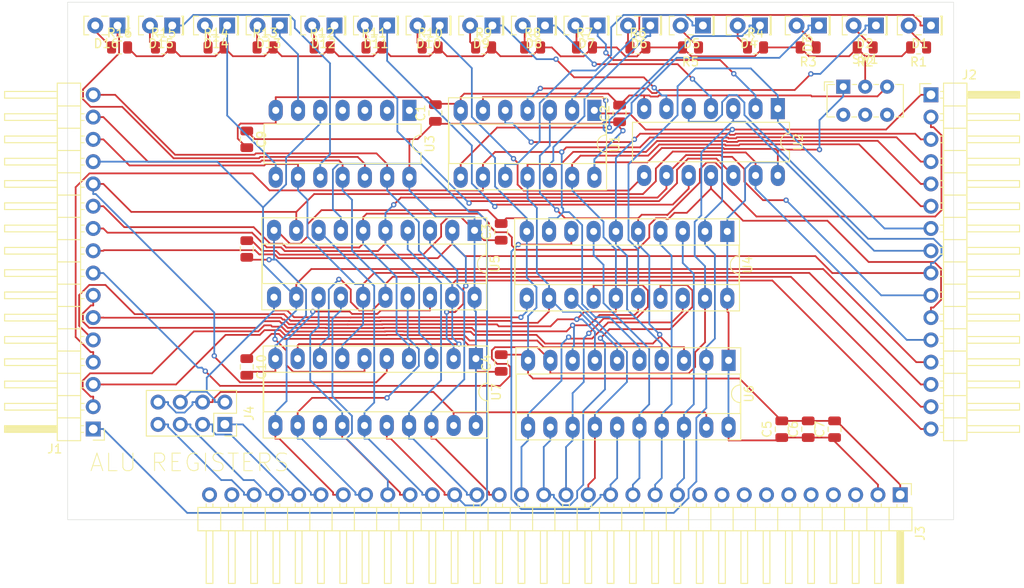
<source format=kicad_pcb>
(kicad_pcb (version 20240108) (generator "pcbnew") (generator_version "8.0")
  (layers (0 "F.Cu" signal) (31 "B.Cu" signal) (34 "B.Paste" user) (35 "F.Paste" user) (36 "B.SilkS" user "B.Silkscreen") (37 "F.SilkS" user "F.Silkscreen") (38 "B.Mask" user) (39 "F.Mask" user) (44 "Edge.Cuts" user))
  (net 0 "")
  (net 1 "/Display/D7")
  (net 2 "/Display/D12")
  (net 3 "/Display/D1")
  (net 4 "/Display/D2")
  (net 5 "/Display/D14")
  (net 6 "/Display/D6")
  (net 7 "/Display/D10")
  (net 8 "/Display/D15")
  (net 9 "/Display/D4")
  (net 10 "/Display/D11")
  (net 11 "/Display/D3")
  (net 12 "/Display/D0")
  (net 13 "/Display/D8")
  (net 14 "/Display/D9")
  (net 15 "/Display/D5")
  (net 16 "/Display/D13")
  (net 17 "/register/CLK")
  (net 18 "VCC")
  (net 19 "GND")
  (net 20 "/Transciever/Q1")
  (net 21 "/Transciever/CE")
  (net 22 "/Transciever/Q7")
  (net 23 "/Transciever/Q0")
  (net 24 "/Transciever/Q4")
  (net 25 "/Transciever/Q6")
  (net 26 "/Transciever/Q5")
  (net 27 "/Transciever/Q2")
  (net 28 "/Transciever/Q3")
  (net 29 "/Transciever/Q11")
  (net 30 "/Transciever/Q9")
  (net 31 "/Transciever/Q10")
  (net 32 "/Transciever/Q8")
  (net 33 "/Transciever/Q13")
  (net 34 "/Transciever/Q12")
  (net 35 "/Transciever/Q15")
  (net 36 "/Transciever/Q14")
  (net 37 "Net-(D1-K)")
  (net 38 "Net-(D1-A)")
  (net 39 "Net-(D2-A)")
  (net 40 "Net-(D2-K)")
  (net 41 "Net-(D3-A)")
  (net 42 "Net-(D3-K)")
  (net 43 "Net-(D4-A)")
  (net 44 "Net-(D4-K)")
  (net 45 "Net-(D5-K)")
  (net 46 "Net-(D5-A)")
  (net 47 "Net-(D6-A)")
  (net 48 "Net-(D6-K)")
  (net 49 "Net-(D7-A)")
  (net 50 "Net-(D7-K)")
  (net 51 "Net-(D8-A)")
  (net 52 "Net-(D8-K)")
  (net 53 "Net-(D9-K)")
  (net 54 "Net-(D9-A)")
  (net 55 "Net-(D10-A)")
  (net 56 "Net-(D10-K)")
  (net 57 "Net-(D11-K)")
  (net 58 "Net-(D11-A)")
  (net 59 "Net-(D12-K)")
  (net 60 "Net-(D12-A)")
  (net 61 "Net-(D13-K)")
  (net 62 "Net-(D13-A)")
  (net 63 "Net-(D14-K)")
  (net 64 "Net-(D14-A)")
  (net 65 "Net-(D15-A)")
  (net 66 "Net-(D15-K)")
  (net 67 "Net-(D16-A)")
  (net 68 "Net-(D16-K)")
  (net 71 "Net-(J3-Pin_29)")
  (net 74 "Net-(J3-Pin_28)")
  (net 75 "Net-(J3-Pin_27)")
  (net 76 "Net-(J3-Pin_30)")
  (net 83 "Net-(SW1-B)")
  (footprint "Button_Switch_THT:SW_E-Switch_EG1271_SPDT" (layer "F.Cu") (at 119.505 78.975)
    (property "Reference" "SW1")
    (property "Value" "SW_SPDT")
  )
  (footprint "Resistor_SMD:R_0805_2012Metric" (layer "F.Cu") (at 42.005 74.5)
    (property "Reference" "R15")
    (property "Value" "R")
  )
  (footprint "LED_THT:LED_Rectangular_W5.0mm_H2.0mm" (layer "F.Cu") (at 103.505 72 180)
    (property "Reference" "D5")
    (property "Value" "LED")
  )
  (footprint "Resistor_SMD:R_0805_2012Metric" (layer "F.Cu") (at 115.505 74.5 180)
    (property "Reference" "R3")
    (property "Value" "R")
  )
  (footprint "Resistor_SMD:R_0805_2012Metric" (layer "F.Cu") (at 109.505 74.5)
    (property "Reference" "R4")
    (property "Value" "R")
  )
  (footprint "Capacitor_SMD:C_0805_2012Metric" (layer "F.Cu") (at 51.505 97.475 -90)
    (property "Reference" "C8" (hide yes))
    (property "Value" "C")
  )
  (footprint "Capacitor_SMD:C_0805_2012Metric" (layer "F.Cu") (at 80.505 110.475 90)
    (property "Reference" "C4")
    (property "Value" "C")
  )
  (footprint "LED_THT:LED_Rectangular_W5.0mm_H2.0mm" (layer "F.Cu") (at 110.005 72 180)
    (property "Reference" "D4")
    (property "Value" "LED")
  )
  (footprint "Connector_PinHeader_2.54mm:PinHeader_1x32_P2.54mm_Horizontal" (layer "F.Cu") (at 126 125.5 -90)
    (property "Reference" "J3")
    (property "Value" "Conn_01x32_Pin")
  )
  (footprint "Resistor_SMD:R_0805_2012Metric" (layer "F.Cu") (at 96.0925 74.5)
    (property "Reference" "R6")
    (property "Value" "R")
  )
  (footprint "Capacitor_SMD:C_0805_2012Metric" (layer "F.Cu") (at 51.505 84.975 -90)
    (property "Reference" "C9")
    (property "Value" "C")
  )
  (footprint "Resistor_SMD:R_0805_2012Metric" (layer "F.Cu") (at 66.005 74.5)
    (property "Reference" "R11")
    (property "Value" "R")
  )
  (footprint "Capacitor_SMD:C_0805_2012Metric" (layer "F.Cu") (at 94.005 82.025 90)
    (property "Reference" "C2")
    (property "Value" "C")
  )
  (footprint "Connector_PinSocket_2.54mm:PinSocket_2x04_P2.54mm_Vertical" (layer "F.Cu") (at 49.005 117.475 -90)
    (property "Reference" "J4")
    (property "Value" "Conn_02x04_Odd_Even")
  )
  (footprint "Resistor_SMD:R_0805_2012Metric" (layer "F.Cu") (at 78.505 74.5)
    (property "Reference" "R9")
    (property "Value" "R")
  )
  (footprint "Resistor_SMD:R_0805_2012Metric" (layer "F.Cu") (at 122.005 74.5 180)
    (property "Reference" "R2")
    (property "Value" "R")
  )
  (footprint "LED_THT:LED_Rectangular_W5.0mm_H2.0mm" (layer "F.Cu") (at 85.505 72 180)
    (property "Reference" "D8")
    (property "Value" "LED")
  )
  (footprint "Resistor_SMD:R_0805_2012Metric" (layer "F.Cu") (at 37.005 74.5)
    (property "Reference" "R16")
    (property "Value" "R")
  )
  (footprint "LED_THT:LED_Rectangular_W5.0mm_H2.0mm" (layer "F.Cu") (at 91.505 72 180)
    (property "Reference" "D7")
    (property "Value" "LED")
  )
  (footprint "Package_DIP:DIP-20_W7.62mm_Socket_LongPads" (layer "F.Cu") (at 106.43 110.175 -90)
    (property "Reference" "U6")
    (property "Value" "74LS245")
  )
  (footprint "Resistor_SMD:R_0805_2012Metric" (layer "F.Cu") (at 102.0925 74.5 180)
    (property "Reference" "R5")
    (property "Value" "R")
  )
  (footprint "Package_DIP:DIP-20_W7.62mm_Socket_LongPads" (layer "F.Cu") (at 77.625 109.975 -90)
    (property "Reference" "U7")
    (property "Value" "74LS245")
  )
  (footprint "Package_DIP:DIP-14_W7.62mm_LongPads" (layer "F.Cu") (at 112.045 81.475 -90)
    (property "Reference" "U2")
    (property "Value" "74LS04")
  )
  (footprint "Resistor_SMD:R_0805_2012Metric" (layer "F.Cu") (at 90.005 74.5)
    (property "Reference" "R7")
    (property "Value" "R")
  )
  (footprint "Capacitor_SMD:C_0805_2012Metric" (layer "F.Cu") (at 112.495 118.025 90)
    (property "Reference" "C5")
    (property "Value" "C")
  )
  (footprint "Resistor_SMD:R_0805_2012Metric" (layer "F.Cu") (at 60.0925 74.5)
    (property "Reference" "R12")
    (property "Value" "R")
  )
  (footprint "LED_THT:LED_Rectangular_W5.0mm_H2.0mm" (layer "F.Cu") (at 36.77 72 180)
    (property "Reference" "D16")
    (property "Value" "LED")
  )
  (footprint "LED_THT:LED_Rectangular_W5.0mm_H2.0mm" (layer "F.Cu") (at 67.505 72 180)
    (property "Reference" "D11")
    (property "Value" "LED")
  )
  (footprint "Capacitor_SMD:C_0805_2012Metric" (layer "F.Cu") (at 115.505 118.025 90)
    (property "Reference" "C6")
    (property "Value" "C")
  )
  (footprint "Resistor_SMD:R_0805_2012Metric" (layer "F.Cu") (at 128.0925 74.5 180)
    (property "Reference" "R1")
    (property "Value" "R")
  )
  (footprint "Capacitor_SMD:C_0805_2012Metric" (layer "F.Cu") (at 51.505 110.925 -90)
    (property "Reference" "C10")
    (property "Value" "C")
  )
  (footprint "LED_THT:LED_Rectangular_W5.0mm_H2.0mm" (layer "F.Cu") (at 43.005 72 180)
    (property "Reference" "D15")
    (property "Value" "LED")
  )
  (footprint "Package_DIP:DIP-20_W7.62mm_Socket_LongPads" (layer "F.Cu") (at 106.285 95.475 -90)
    (property "Reference" "U4")
    (property "Value" "74LS273")
  )
  (footprint "LED_THT:LED_Rectangular_W5.0mm_H2.0mm" (layer "F.Cu") (at 73.505 72 180)
    (property "Reference" "D10")
    (property "Value" "LED")
  )
  (footprint "Capacitor_SMD:C_0805_2012Metric" (layer "F.Cu") (at 73.005 81.975 90)
    (property "Reference" "C1")
    (property "Value" "C")
  )
  (footprint "Resistor_SMD:R_0805_2012Metric" (layer "F.Cu") (at 84.0925 74.5)
    (property "Reference" "R8")
    (property "Value" "R")
  )
  (footprint "Resistor_SMD:R_0805_2012Metric" (layer "F.Cu") (at 53.5925 74.5)
    (property "Reference" "R13")
    (property "Value" "R")
  )
  (footprint "Resistor_SMD:R_0805_2012Metric" (layer "F.Cu") (at 48.005 74.5)
    (property "Reference" "R14")
    (property "Value" "R")
  )
  (footprint "Capacitor_SMD:C_0805_2012Metric" (layer "F.Cu") (at 118.515 118.025 90)
    (property "Reference" "C7")
    (property "Value" "C")
  )
  (footprint "Package_DIP:DIP-20_W7.62mm_Socket_LongPads" (layer "F.Cu") (at 77.47 95.355 -90)
    (property "Reference" "U5")
    (property "Value" "74LS273")
  )
  (footprint "LED_THT:LED_Rectangular_W5.0mm_H2.0mm" (layer "F.Cu") (at 55.27 72 180)
    (property "Reference" "D13")
    (property "Value" "LED")
  )
  (footprint "Package_DIP:DIP-14_W7.62mm_Socket_LongPads" (layer "F.Cu") (at 91.13 81.675 -90)
    (property "Reference" "U1")
    (property "Value" "74LS04")
  )
  (footprint "Connector_PinHeader_2.54mm:PinHeader_1x16_P2.54mm_Horizontal" (layer "F.Cu") (at 34 118 180)
    (property "Reference" "J1")
    (property "Value" "Conn_01x16_Pin")
  )
  (footprint "Connector_PinHeader_2.54mm:PinHeader_1x16_P2.54mm_Horizontal" (layer "F.Cu") (at 129.5 79.9)
    (property "Reference" "J2")
    (property "Value" "Conn_01x16_Pin")
  )
  (footprint "Package_DIP:DIP-14_W7.62mm_LongPads" (layer "F.Cu") (at 70.045 81.675 -90)
    (property "Reference" "U3")
    (property "Value" "74LS04")
  )
  (footprint "LED_THT:LED_Rectangular_W5.0mm_H2.0mm" (layer "F.Cu") (at 61.505 72 180)
    (property "Reference" "D12")
    (property "Value" "LED")
  )
  (footprint "LED_THT:LED_Rectangular_W5.0mm_H2.0mm" (layer "F.Cu") (at 116.73 72 180)
    (property "Reference" "D3")
    (property "Value" "LED")
  )
  (footprint "LED_THT:LED_Rectangular_W5.0mm_H2.0mm" (layer "F.Cu") (at 129.505 72 180)
    (property "Reference" "D1")
    (property "Value" "LED")
  )
  (footprint "Capacitor_SMD:C_0805_2012Metric" (layer "F.Cu") (at 80.505 95.525 90)
    (property "Reference" "C3")
    (property "Value" "C")
  )
  (footprint "LED_THT:LED_Rectangular_W5.0mm_H2.0mm" (layer "F.Cu") (at 97.505 72 180)
    (property "Reference" "D6")
    (property "Value" "LED")
  )
  (footprint "LED_THT:LED_Rectangular_W5.0mm_H2.0mm" (layer "F.Cu") (at 49.27 72 180)
    (property "Reference" "D14")
    (property "Value" "LED")
  )
  (footprint "LED_THT:LED_Rectangular_W5.0mm_H2.0mm" (layer "F.Cu") (at 123.23 72 180)
    (property "Reference" "D2")
    (property "Value" "LED")
  )
  (footprint "Resistor_SMD:R_0805_2012Metric" (layer "F.Cu") (at 72.4175 74.5)
    (property "Reference" "R10")
    (property "Value" "R")
  )
  (footprint "LED_THT:LED_Rectangular_W5.0mm_H2.0mm" (layer "F.Cu") (at 79.505 72 180)
    (property "Reference" "D9")
    (property "Value" "LED")
  )
  (gr_rect (start 31.08 69.34) (end 132.08 128.34) (stroke (width 0.05)) (fill none) (layer "Edge.Cuts"))
  (gr_text "ALU REGISTERS" (at 33.5 123 0) (layer "F.SilkS") (effects (font (size 2 2) (thickness 0.1)) (justify left bottom)))
  (segment (start 84.6083 108.6733) (end 79.803 108.6733) (width 0.2) (layer "F.Cu") (net 1))
  (segment (start 102.62 110.9158) (end 101.8591 111.6767) (width 0.2) (layer "F.Cu") (net 1))
  (segment (start 79.803 108.6733) (end 79.4459 109.0304) (width 0.2) (layer "F.Cu") (net 1))
  (segment (start 81.5348 110.9257) (end 81.5348 111.9364) (width 0.2) (layer "F.Cu") (net 1))
  (segment (start 48.4504 113.0794) (end 46.7732 111.4022) (width 0.2) (layer "F.Cu") (net 1))
  (segment (start 80.0487 110.5752) (end 81.1843 110.5752) (width 0.2) (layer "F.Cu") (net 1))
  (segment (start 86.11 110.175) (end 86.11 111.6767) (width 0.2) (layer "F.Cu") (net 1))
  (segment (start 101.8591 111.6767) (end 86.11 111.6767) (width 0.2) (layer "F.Cu") (net 1))
  (segment (start 102.62 109.245) (end 102.62 110.9158) (width 0.2) (layer "F.Cu") (net 1))
  (segment (start 81.5348 111.9364) (end 80.3918 113.0794) (width 0.2) (layer "F.Cu") (net 1))
  (segment (start 81.1843 110.5752) (end 81.5348 110.9257) (width 0.2) (layer "F.Cu") (net 1))
  (segment (start 79.4459 109.0304) (end 79.4459 109.9724) (width 0.2) (layer "F.Cu") (net 1))
  (segment (start 80.3918 113.0794) (end 48.4504 113.0794) (width 0.2) (layer "F.Cu") (net 1))
  (segment (start 103.745 103.095) (end 103.745 108.12) (width 0.2) (layer "F.Cu") (net 1))
  (segment (start 79.4459 109.9724) (end 80.0487 110.5752) (width 0.2) (layer "F.Cu") (net 1))
  (segment (start 103.745 108.12) (end 102.62 109.245) (width 0.2) (layer "F.Cu") (net 1))
  (segment (start 86.11 110.175) (end 84.6083 108.6733) (width 0.2) (layer "F.Cu") (net 1))
  (via (at 46.7732 111.4022) (size 0.6) (drill 0.3) (layers "F.Cu" "B.Cu") (net 1))
  (segment (start 46.3789 111.0078) (end 45.9395 111.0078) (width 0.2) (layer "B.Cu") (net 1))
  (segment (start 103.745 103.095) (end 103.745 99.4377) (width 0.2) (layer "B.Cu") (net 1))
  (segment (start 129.5 97.68) (end 123.0331 97.68) (width 0.2) (layer "B.Cu") (net 1))
  (segment (start 46.3789 111.0079) (end 46.3789 111.0078) (width 0.2) (layer "B.Cu") (net 1))
  (segment (start 45.9395 111.0078) (end 35.1517 100.22) (width 0.2) (layer "B.Cu") (net 1))
  (segment (start 103.745 99.4377) (end 102.567 98.2597) (width 0.2) (layer "B.Cu") (net 1))
  (segment (start 102.567 94.393) (end 103.3233 93.6367) (width 0.2) (layer "B.Cu") (net 1))
  (segment (start 102.567 98.2597) (end 102.567 94.393) (width 0.2) (layer "B.Cu") (net 1))
  (segment (start 106.965 81.475) (end 106.965 82.9767) (width 0.2) (layer "B.Cu") (net 1))
  (segment (start 103.3233 86.4713) (end 106.8179 82.9767) (width 0.2) (layer "B.Cu") (net 1))
  (segment (start 106.8179 82.9767) (end 106.965 82.9767) (width 0.2) (layer "B.Cu") (net 1))
  (segment (start 34 100.22) (end 35.1517 100.22) (width 0.2) (layer "B.Cu") (net 1))
  (segment (start 123.0331 97.68) (end 108.3298 82.9767) (width 0.2) (layer "B.Cu") (net 1))
  (segment (start 108.3298 82.9767) (end 106.965 82.9767) (width 0.2) (layer "B.Cu") (net 1))
  (segment (start 103.3233 93.6367) (end 103.3233 86.4713) (width 0.2) (layer "B.Cu") (net 1))
  (segment (start 46.7732 111.4022) (end 46.3789 111.0079) (width 0.2) (layer "B.Cu") (net 1))
  (segment (start 57.15 102.975) (end 57.15 101.4733) (width 0.2) (layer "F.Cu") (net 2))
  (segment (start 56.787 111.4767) (end 64.925 111.4767) (width 0.2) (layer "F.Cu") (net 2))
  (segment (start 127.8276 110.38) (end 117.2099 99.7623) (width 0.2) (layer "F.Cu") (net 2))
  (segment (start 129.5 110.38) (end 128.3483 110.38) (width 0.2) (layer "F.Cu") (net 2))
  (segment (start 56.035 109.0735) (end 56.035 110.7247) (width 0.2) (layer "F.Cu") (net 2))
  (segment (start 58.861 99.7623) (end 57.15 101.4733) (width 0.2) (layer "F.Cu") (net 2))
  (segment (start 56.035 110.7247) (end 56.787 111.4767) (width 0.2) (layer "F.Cu") (net 2))
  (segment (start 54.7223 107.7608) (end 56.035 109.0735) (width 0.2) (layer "F.Cu") (net 2))
  (segment (start 117.2099 99.7623) (end 58.861 99.7623) (width 0.2) (layer "F.Cu") (net 2))
  (segment (start 64.925 109.975) (end 64.925 111.4767) (width 0.2) (layer "F.Cu") (net 2))
  (segment (start 128.3483 110.38) (end 127.8276 110.38) (width 0.2) (layer "F.Cu") (net 2))
  (via (at 54.7223 107.7608) (size 0.6) (drill 0.3) (layers "F.Cu" "B.Cu") (net 2))
  (segment (start 34 87.52) (end 48.1406 87.52) (width 0.2) (layer "B.Cu") (net 2))
  (segment (start 57.15 102.975) (end 57.15 104.4767) (width 0.2) (layer "B.Cu") (net 2))
  (segment (start 53.3591 99.1841) (end 57.15 102.975) (width 0.2) (layer "B.Cu") (net 2))
  (segment (start 59.885 81.675) (end 59.885 83.1767) (width 0.2) (layer "B.Cu") (net 2))
  (segment (start 55.9886 90.109) (end 55.9886 87.0731) (width 0.2) (layer "B.Cu") (net 2))
  (segment (start 54.7223 106.9044) (end 54.7223 107.7608) (width 0.2) (layer "B.Cu") (net 2))
  (segment (start 53.3591 92.7385) (end 53.3591 99.1841) (width 0.2) (layer "B.Cu") (net 2))
  (segment (start 48.1406 87.52) (end 53.3591 92.7385) (width 0.2) (layer "B.Cu") (net 2))
  (segment (start 57.15 104.4767) (end 54.7223 106.9044) (width 0.2) (layer "B.Cu") (net 2))
  (segment (start 55.9886 87.0731) (end 59.885 83.1767) (width 0.2) (layer "B.Cu") (net 2))
  (segment (start 53.3591 92.7385) (end 55.9886 90.109) (width 0.2) (layer "B.Cu") (net 2))
  (segment (start 56.0245 106.8871) (end 55.4679 106.3305) (width 0.2) (layer "F.Cu") (net 3))
  (segment (start 52.8204 106.8665) (end 45.4844 106.8665) (width 0.2) (layer "F.Cu") (net 3))
  (segment (start 103.9441 87.5933) (end 103.155 88.3824) (width 0.2) (layer "F.Cu") (net 3))
  (segment (start 109.6063 93.7733) (end 105.695 89.862) (width 0.2) (layer "F.Cu") (net 3))
  (segment (start 101.35 110.175) (end 101.35 108.6733) (width 0.2) (layer "F.Cu") (net 3))
  (segment (start 34 115.46) (end 34 114.3083) (width 0.2) (layer "F.Cu") (net 3))
  (segment (start 32.7986 113.3948) (end 33.7121 114.3083) (width 0.2) (layer "F.Cu") (net 3))
  (segment (start 87.7901 93.9733) (end 86.8395 93.0227) (width 0.2) (layer "F.Cu") (net 3))
  (segment (start 98.5755 107.2228) (end 98.6201 107.2674) (width 0.2) (layer "F.Cu") (net 3))
  (segment (start 105.695 88.3946) (end 104.8937 87.5933) (width 0.2) (layer "F.Cu") (net 3))
  (segment (start 103.155 88.3824) (end 103.155 89.8948) (width 0.2) (layer "F.Cu") (net 3))
  (segment (start 96.125 94.0741) (end 96.125 93.9748) (width 0.2) (layer "F.Cu") (net 3))
  (segment (start 98.6201 107.4361) (end 97.8039 108.2523) (width 0.2) (layer "F.Cu") (net 3))
  (segment (start 99.4088 93.5716) (end 96.5267 93.5716) (width 0.2) (layer "F.Cu") (net 3))
  (segment (start 96.125 93.9733) (end 87.7901 93.9733) (width 0.2) (layer "F.Cu") (net 3))
  (segment (start 104.8937 87.5933) (end 103.9441 87.5933) (width 0.2) (layer "F.Cu") (net 3))
  (segment (start 129.5 83.5917) (end 129.7879 83.5917) (width 0.2) (layer "F.Cu") (net 3))
  (segment (start 84.5296 107.2682) (end 77.3909 107.2682) (width 0.2) (layer "F.Cu") (net 3))
  (segment (start 76.4445 106.8898) (end 69.4235 106.8898) (width 0.2) (layer "F.Cu") (net 3))
  (segment (start 54.2548 106.1786) (end 53.5083 106.1786) (width 0.2) (layer "F.Cu") (net 3))
  (segment (start 69.4002 106.8665) (end 67.3065 106.8665) (width 0.2) (layer "F.Cu") (net 3))
  (segment (start 85.5137 108.2523) (end 84.5296 107.2682) (width 0.2) (layer "F.Cu") (net 3))
  (segment (start 100.0993 92.9505) (end 100.0972 92.9505) (width 0.2) (layer "F.Cu") (net 3))
  (segment (start 99.4424 93.6052) (end 99.4088 93.5716) (width 0.2) (layer "F.Cu") (net 3))
  (segment (start 100.0972 92.9505) (end 99.4425 93.6052) (width 0.2) (layer "F.Cu") (net 3))
  (segment (start 99.8573 108.6733) (end 98.6201 107.4361) (width 0.2) (layer "F.Cu") (net 3))
  (segment (start 130.6977 84.5015) (end 130.6977 93.07) (width 0.2) (layer "F.Cu") (net 3))
  (segment (start 76.4633 106.9086) (end 76.4445 106.8898) (width 0.2) (layer "F.Cu") (net 3))
  (segment (start 45.4844 106.8665) (end 40.7009 111.65) (width 0.2) (layer "F.Cu") (net 3))
  (segment (start 101.35 108.6733) (end 99.8573 108.6733) (width 0.2) (layer "F.Cu") (net 3))
  (segment (start 129.7879 83.5917) (end 130.6977 84.5015) (width 0.2) (layer "F.Cu") (net 3))
  (segment (start 33.6401 111.65) (end 32.7986 112.4915) (width 0.2) (layer "F.Cu") (net 3))
  (segment (start 67.3065 106.8665) (end 67.2861 106.8869) (width 0.2) (layer "F.Cu") (net 3))
  (segment (start 77.0313 106.9086) (end 76.4633 106.9086) (width 0.2) (layer "F.Cu") (net 3))
  (segment (start 67.2861 106.8869) (end 67.2197 106.8869) (width 0.2) (layer "F.Cu") (net 3))
  (segment (start 103.155 89.8948) (end 100.0993 92.9505) (width 0.2) (layer "F.Cu") (net 3))
  (segment (start 96.125 93.9748) (end 96.125 93.9733) (width 0.2) (layer "F.Cu") (net 3))
  (segment (start 129.9944 93.7733) (end 109.6063 93.7733) (width 0.2) (layer "F.Cu") (net 3))
  (segment (start 53.5083 106.1786) (end 52.8204 106.8665) (width 0.2) (layer "F.Cu") (net 3))
  (segment (start 105.695 89.862) (end 105.695 88.3946) (width 0.2) (layer "F.Cu") (net 3))
  (segment (start 32.7986 112.4915) (end 32.7986 113.3948) (width 0.2) (layer "F.Cu") (net 3))
  (segment (start 96.125 95.475) (end 96.125 94.0741) (width 0.2) (layer "F.Cu") (net 3))
  (segment (start 97.8039 108.2523) (end 85.5137 108.2523) (width 0.2) (layer "F.Cu") (net 3))
  (segment (start 130.6977 93.07) (end 129.9944 93.7733) (width 0.2) (layer "F.Cu") (net 3))
  (segment (start 69.4235 106.8898) (end 69.4002 106.8665) (width 0.2) (layer "F.Cu") (net 3))
  (segment (start 33.7121 114.3083) (end 34 114.3083) (width 0.2) (layer "F.Cu") (net 3))
  (segment (start 67.2197 106.8869) (end 67.2195 106.8871) (width 0.2) (layer "F.Cu") (net 3))
  (segment (start 77.3909 107.2682) (end 77.0313 106.9086) (width 0.2) (layer "F.Cu") (net 3))
  (segment (start 99.4425 93.6052) (end 99.4424 93.6052) (width 0.2) (layer "F.Cu") (net 3))
  (segment (start 98.6201 107.2674) (end 98.6201 107.4361) (width 0.2) (layer "F.Cu") (net 3))
  (segment (start 96.5267 93.5716) (end 96.125 93.9733) (width 0.2) (layer "F.Cu") (net 3))
  (segment (start 55.4679 106.3305) (end 54.4067 106.3305) (width 0.2) (layer "F.Cu") (net 3))
  (segment (start 129.5 82.44) (end 129.5 83.5917) (width 0.2) (layer "F.Cu") (net 3))
  (segment (start 40.7009 111.65) (end 33.6401 111.65) (width 0.2) (layer "F.Cu") (net 3))
  (segment (start 67.2195 106.8871) (end 56.0245 106.8871) (width 0.2) (layer "F.Cu") (net 3))
  (segment (start 54.4067 106.3305) (end 54.2548 106.1786) (width 0.2) (layer "F.Cu") (net 3))
  (via (at 98.5755 107.2228) (size 0.6) (drill 0.3) (layers "F.Cu" "B.Cu") (net 3))
  (via (at 86.8395 93.0227) (size 0.6) (drill 0.3) (layers "F.Cu" "B.Cu") (net 3))
  (segment (start 84.9098 91.093) (end 84.9098 86.8485) (width 0.2) (layer "B.Cu") (net 3))
  (segment (start 97.395 106.0423) (end 98.5755 107.2228) (width 0.2) (layer "B.Cu") (net 3))
  (segment (start 97.395 98.2467) (end 97.395 106.0423) (width 0.2) (layer "B.Cu") (net 3))
  (segment (start 96.125 95.475) (end 96.125 96.9767) (width 0.2) (layer "B.Cu") (net 3))
  (segment (start 96.125 96.9767) (end 97.395 98.2467) (width 0.2) (layer "B.Cu") (net 3))
  (segment (start 86.05 85.7083) (end 86.05 81.675) (width 0.2) (layer "B.Cu") (net 3))
  (segment (start 86.8395 93.0227) (end 84.9098 91.093) (width 0.2) (layer "B.Cu") (net 3))
  (segment (start 84.9098 86.8485) (end 86.05 85.7083) (width 0.2) (layer "B.Cu") (net 3))
  (segment (start 67.4522 107.2888) (end 55.8582 107.2888) (width 0.2) (layer "F.Cu") (net 4))
  (segment (start 34 112.92) (end 35.1517 112.92) (width 0.2) (layer "F.Cu") (net 4))
  (segment (start 106.4785 84.3349) (end 106.6058 84.4622) (width 0.2) (layer "F.Cu") (net 4))
  (segment (start 96.3429 84.3349) (end 106.4785 84.3349) (width 0.2) (layer "F.Cu") (net 4))
  (segment (start 95.3871 85.2907) (end 83.9285 85.2907) (width 0.2) (layer "F.Cu") (net 4))
  (segment (start 52.9868 107.2682) (end 49.0901 107.2682) (width 0.2) (layer "F.Cu") (net 4))
  (segment (start 67.4728 107.2682) (end 67.4522 107.2888) (width 0.2) (layer "F.Cu") (net 4))
  (segment (start 98.81 110.175) (end 98.81 108.6733) (width 0.2) (layer "F.Cu") (net 4))
  (segment (start 53.5228 106.7322) (end 52.9868 107.2682) (width 0.2) (layer "F.Cu") (net 4))
  (segment (start 95.6962 84.9816) (end 95.3871 85.2907) (width 0.2) (layer "F.Cu") (net 4))
  (segment (start 98.81 108.6733) (end 85.3666 108.6733) (width 0.2) (layer "F.Cu") (net 4))
  (segment (start 69.2587 107.293) (end 69.2339 107.2682) (width 0.2) (layer "F.Cu") (net 4))
  (segment (start 85.3666 108.6733) (end 84.6075 107.9142) (width 0.2) (layer "F.Cu") (net 4))
  (segment (start 55.8582 107.2888) (end 55.3016 106.7322) (width 0.2) (layer "F.Cu") (net 4))
  (segment (start 76.9009 107.9142) (end 76.2797 107.293) (width 0.2) (layer "F.Cu") (net 4))
  (segment (start 107.2285 84.3349) (end 127.7032 84.3349) (width 0.2) (layer "F.Cu") (net 4))
  (segment (start 107.1012 84.4622) (end 107.2285 84.3349) (width 0.2) (layer "F.Cu") (net 4))
  (segment (start 49.0901 107.2682) (end 43.4383 112.92) (width 0.2) (layer "F.Cu") (net 4))
  (segment (start 76.2797 107.293) (end 69.2587 107.293) (width 0.2) (layer "F.Cu") (net 4))
  (segment (start 106.6058 84.4622) (end 107.1012 84.4622) (width 0.2) (layer "F.Cu") (net 4))
  (segment (start 55.3016 106.7322) (end 53.5228 106.7322) (width 0.2) (layer "F.Cu") (net 4))
  (segment (start 95.6962 84.9816) (end 96.3429 84.3349) (width 0.2) (layer "F.Cu") (net 4))
  (segment (start 127.7032 84.3349) (end 128.3483 84.98) (width 0.2) (layer "F.Cu") (net 4))
  (segment (start 129.5 84.98) (end 128.3483 84.98) (width 0.2) (layer "F.Cu") (net 4))
  (segment (start 69.2339 107.2682) (end 67.4728 107.2682) (width 0.2) (layer "F.Cu") (net 4))
  (segment (start 84.6075 107.9142) (end 76.9009 107.9142) (width 0.2) (layer "F.Cu") (net 4))
  (segment (start 43.4383 112.92) (end 35.1517 112.92) (width 0.2) (layer "F.Cu") (net 4))
  (via (at 95.6962 84.9816) (size 0.6) (drill 0.3) (layers "F.Cu" "B.Cu") (net 4))
  (via (at 83.9285 85.2907) (size 0.6) (drill 0.3) (layers "F.Cu" "B.Cu") (net 4))
  (segment (start 93.585 95.475) (end 93.585 96.9767) (width 0.2) (layer "B.Cu") (net 4))
  (segment (start 93.585 87.0928) (end 95.6962 84.9816) (width 0.2) (layer "B.Cu") (net 4))
  (segment (start 93.585 96.9767) (end 94.855 98.2467) (width 0.2) (layer "B.Cu") (net 4))
  (segment (start 80.97 81.675) (end 80.97 83.1767) (width 0.2) (layer "B.Cu") (net 4))
  (segment (start 98.81 108.3081) (end 98.81 110.175) (width 0.2) (layer "B.Cu") (net 4))
  (segment (start 94.855 98.2467) (end 94.855 104.3531) (width 0.2) (layer "B.Cu") (net 4))
  (segment (start 81.8145 83.1767) (end 80.97 83.1767) (width 0.2) (layer "B.Cu") (net 4))
  (segment (start 93.585 95.475) (end 93.585 87.0928) (width 0.2) (layer "B.Cu") (net 4))
  (segment (start 83.9285 85.2907) (end 81.8145 83.1767) (width 0.2) (layer "B.Cu") (net 4))
  (segment (start 94.855 104.3531) (end 98.81 108.3081) (width 0.2) (layer "B.Cu") (net 4))
  (segment (start 67.31 102.975) (end 65.8081 104.4769) (width 0.2) (layer "F.Cu") (net 5))
  (segment (start 62.2007 100.9424) (end 62.004 100.9424) (width 0.2) (layer "F.Cu") (net 5))
  (segment (start 113.5376 100.6493) (end 68.134 100.6493) (width 0.2) (layer "F.Cu") (net 5))
  (segment (start 63.3585 102.1002) (end 62.2007 100.9424) (width 0.2) (layer "F.Cu") (net 5))
  (segment (start 34 82.44) (end 35.1517 82.44) (width 0.2) (layer "F.Cu") (net 5))
  (segment (start 64.3138 104.4769) (end 63.3585 103.5216) (width 0.2) (layer "F.Cu") (net 5))
  (segment (start 53.2054 87.3915) (end 62.0232 87.3915) (width 0.2) (layer "F.Cu") (net 5))
  (segment (start 63.3585 103.5216) (end 63.3585 102.1002) (width 0.2) (layer "F.Cu") (net 5))
  (segment (start 62.0232 87.3915) (end 62.425 87.7933) (width 0.2) (layer "F.Cu") (net 5))
  (segment (start 53.0576 87.5393) (end 53.2054 87.3915) (width 0.2) (layer "F.Cu") (net 5))
  (segment (start 65.8081 104.4769) (end 64.3138 104.4769) (width 0.2) (layer "F.Cu") (net 5))
  (segment (start 62.425 89.295) (end 62.425 87.7933) (width 0.2) (layer "F.Cu") (net 5))
  (segment (start 68.134 100.6493) (end 67.31 101.4733) (width 0.2) (layer "F.Cu") (net 5))
  (segment (start 129.5 115.46) (end 128.3483 115.46) (width 0.2) (layer "F.Cu") (net 5))
  (segment (start 67.31 102.975) (end 67.31 101.4733) (width 0.2) (layer "F.Cu") (net 5))
  (segment (start 40.251 87.5393) (end 53.0576 87.5393) (width 0.2) (layer "F.Cu") (net 5))
  (segment (start 128.3483 115.46) (end 113.5376 100.6493) (width 0.2) (layer "F.Cu") (net 5))
  (segment (start 35.1517 82.44) (end 40.251 87.5393) (width 0.2) (layer "F.Cu") (net 5))
  (via (at 62.004 100.9424) (size 0.6) (drill 0.3) (layers "F.Cu" "B.Cu") (net 5))
  (segment (start 67.31 101.4733) (end 63.5 97.6633) (width 0.2) (layer "B.Cu") (net 5))
  (segment (start 59.845 108.4733) (end 60.8542 107.4641) (width 0.2) (layer "B.Cu") (net 5))
  (segment (start 63.5 91.8717) (end 62.425 90.7967) (width 0.2) (layer "B.Cu") (net 5))
  (segment (start 67.31 102.2241) (end 67.31 101.4733) (width 0.2) (layer "B.Cu") (net 5))
  (segment (start 63.5 97.6633) (end 63.5 91.8717) (width 0.2) (layer "B.Cu") (net 5))
  (segment (start 67.31 102.2241) (end 67.31 102.975) (width 0.2) (layer "B.Cu") (net 5))
  (segment (start 59.845 109.975) (end 59.845 108.4733) (width 0.2) (layer "B.Cu") (net 5))
  (segment (start 62.425 89.295) (end 62.425 90.7967) (width 0.2) (layer "B.Cu") (net 5))
  (segment (start 60.8542 102.0922) (end 62.004 100.9424) (width 0.2) (layer "B.Cu") (net 5))
  (segment (start 60.8542 107.4641) (end 60.8542 102.0922) (width 0.2) (layer "B.Cu") (net 5))
  (segment (start 56.1702 106.4648) (end 55.6342 105.9288) (width 0.2) (layer "F.Cu") (net 6))
  (segment (start 67.0534 106.4852) (end 67.0532 106.4854) (width 0.2) (layer "F.Cu") (net 6))
  (segment (start 88.65 106.1765) (end 87.96 106.8665) (width 0.2) (layer "F.Cu") (net 6))
  (segment (start 73.5433 106.4741) (end 73.534 106.4648) (width 0.2) (layer "F.Cu") (net 6))
  (segment (start 77.1648 106.4741) (end 73.5433 106.4741) (width 0.2) (layer "F.Cu") (net 6))
  (segment (start 55.6342 105.9288) (end 55.4536 105.9288) (width 0.2) (layer "F.Cu") (net 6))
  (segment (start 60.4779 106.4648) (end 56.1702 106.4648) (width 0.2) (layer "F.Cu") (net 6))
  (segment (start 90.5435 106.1765) (end 88.65 106.1765) (width 0.2) (layer "F.Cu") (net 6))
  (segment (start 96.125 104.5967) (end 95.7233 104.9984) (width 0.2) (layer "F.Cu") (net 6))
  (segment (start 52.6541 106.4648) (end 33.5353 106.4648) (width 0.2) (layer "F.Cu") (net 6))
  (segment (start 77.5572 106.8665) (end 77.1648 106.4741) (width 0.2) (layer "F.Cu") (net 6))
  (segment (start 32.8243 105.7538) (end 32.8243 104.8189) (width 0.2) (layer "F.Cu") (net 6))
  (segment (start 55.4536 105.9288) (end 55.2362 105.7114) (width 0.2) (layer "F.Cu") (net 6))
  (segment (start 34 102.76) (end 34 103.9117) (width 0.2) (layer "F.Cu") (net 6))
  (segment (start 73.534 106.4648) (end 67.1402 106.4648) (width 0.2) (layer "F.Cu") (net 6))
  (segment (start 91.7216 104.9984) (end 90.5435 106.1765) (width 0.2) (layer "F.Cu") (net 6))
  (segment (start 60.4985 106.4854) (end 60.4779 106.4648) (width 0.2) (layer "F.Cu") (net 6))
  (segment (start 53.4075 105.7114) (end 52.6541 106.4648) (width 0.2) (layer "F.Cu") (net 6))
  (segment (start 55.2362 105.7114) (end 53.4075 105.7114) (width 0.2) (layer "F.Cu") (net 6))
  (segment (start 33.5353 106.4648) (end 32.8243 105.7538) (width 0.2) (layer "F.Cu") (net 6))
  (segment (start 32.8243 104.8189) (end 33.7315 103.9117) (width 0.2) (layer "F.Cu") (net 6))
  (segment (start 67.1402 106.4648) (end 67.1198 106.4852) (width 0.2) (layer "F.Cu") (net 6))
  (segment (start 33.7315 103.9117) (end 34 103.9117) (width 0.2) (layer "F.Cu") (net 6))
  (segment (start 96.125 103.095) (end 96.125 104.5967) (width 0.2) (layer "F.Cu") (net 6))
  (segment (start 87.96 106.8665) (end 77.5572 106.8665) (width 0.2) (layer "F.Cu") (net 6))
  (segment (start 95.7233 104.9984) (end 91.7216 104.9984) (width 0.2) (layer "F.Cu") (net 6))
  (segment (start 67.0532 106.4854) (end 60.4985 106.4854) (width 0.2) (layer "F.Cu") (net 6))
  (segment (start 67.1198 106.4852) (end 67.0534 106.4852) (width 0.2) (layer "F.Cu") (net 6))
  (via (at 88.65 106.1765) (size 0.6) (drill 0.3) (layers "F.Cu" "B.Cu") (net 6))
  (segment (start 108.9644 76.8927) (end 102.6583 76.8927) (width 0.2) (layer "B.Cu") (net 6))
  (segment (start 112.045 79.9733) (end 108.9644 76.8927) (width 0.2) (layer "B.Cu") (net 6))
  (segment (start 95.0206 87.8216) (end 95.0206 96.4404) (width 0.2) (layer "B.Cu") (net 6))
  (segment (start 129.5 95.14) (end 128.3483 95.14) (width 0.2) (layer "B.Cu") (net 6))
  (segment (start 102.6583 76.8927) (end 100.615 78.936) (width 0.2) (layer "B.Cu") (net 6))
  (segment (start 100.615 78.936) (end 100.615 82.2272) (width 0.2) (layer "B.Cu") (net 6))
  (segment (start 112.045 81.475) (end 112.045 82.9767) (width 0.2) (layer "B.Cu") (net 6))
  (segment (start 112.045 82.9767) (end 124.2083 95.14) (width 0.2) (layer "B.Cu") (net 6))
  (segment (start 112.045 81.475) (end 112.045 79.9733) (width 0.2) (layer "B.Cu") (net 6))
  (segment (start 88.805 108.5183) (end 88.805 106.3315) (width 0.2) (layer "B.Cu") (net 6))
  (segment (start 96.125 97.5448) (end 96.125 103.095) (width 0.2) (layer "B.Cu") (net 6))
  (segment (start 100.615 82.2272) (end 95.0206 87.8216) (width 0.2) (layer "B.Cu") (net 6))
  (segment (start 88.805 106.3315) (end 88.65 106.1765) (width 0.2) (layer "B.Cu") (net 6))
  (segment (start 88.65 108.6733) (end 88.805 108.5183) (width 0.2) (layer "B.Cu") (net 6))
  (segment (start 88.65 110.175) (end 88.65 108.6733) (width 0.2) (layer "B.Cu") (net 6))
  (segment (start 95.0206 96.4404) (end 96.125 97.5448) (width 0.2) (layer "B.Cu") (net 6))
  (segment (start 124.2083 95.14) (end 128.3483 95.14) (width 0.2) (layer "B.Cu") (net 6))
  (segment (start 64.77 95.355) (end 64.77 96.8567) (width 0.2) (layer "F.Cu") (net 7))
  (segment (start 96.0004 97.568) (end 97.395 96.1734) (width 0.2) (layer "F.Cu") (net 7))
  (segment (start 64.77 95.355) (end 64.77 93.8533) (width 0.2) (layer "F.Cu") (net 7))
  (segment (start 78.0189 93.4516) (end 79.1128 94.5455) (width 0.2) (layer "F.Cu") (net 7))
  (segment (start 130.6525 103.2837) (end 130.6525 99.729) (width 0.2) (layer "F.Cu") (net 7))
  (segment (start 81.7239 96.1447) (end 81.7239 97.0773) (width 0.2) (layer "F.Cu") (net 7))
  (segment (start 35.1517 92.6) (end 37.5397 94.988) (width 0.2) (layer "F.Cu") (net 7))
  (segment (start 55.5729 96.8797) (end 55.9996 97.3064) (width 0.2) (layer "F.Cu") (net 7))
  (segment (start 64.3203 97.3064) (end 64.77 96.8567) (width 0.2) (layer "F.Cu") (net 7))
  (segment (start 129.7879 104.1483) (end 130.6525 103.2837) (width 0.2) (layer "F.Cu") (net 7))
  (segment (start 129.5 104.1483) (end 129.7879 104.1483) (width 0.2) (layer "F.Cu") (net 7))
  (segment (start 100.2635 93.3522) (end 101.6695 93.3522) (width 0.2) (layer "F.Cu") (net 7))
  (segment (start 99.2425 93.9733) (end 99.3424 94.0732) (width 0.2) (layer "F.Cu") (net 7))
  (segment (start 99.5425 94.0732) (end 100.2635 93.3522) (width 0.2) (layer "F.Cu") (net 7))
  (segment (start 122.3994 98.9591) (end 117.6966 94.2563) (width 0.2) (layer "F.Cu") (net 7))
  (segment (start 117.6966 94.2563) (end 108.0846 94.2563) (width 0.2) (layer "F.Cu") (net 7))
  (segment (start 130.6525 99.729) (end 129.8826 98.9591) (width 0.2) (layer "F.Cu") (net 7))
  (segment (start 52.285 94.988) (end 52.285 94.9881) (width 0.2) (layer "F.Cu") (net 7))
  (segment (start 82.2146 97.568) (end 96.0004 97.568) (width 0.2) (layer "F.Cu") (net 7))
  (segment (start 37.5397 94.988) (end 52.285 94.988) (width 0.2) (layer "F.Cu") (net 7))
  (segment (start 101.6695 93.3522) (end 104.425 90.5967) (width 0.2) (layer "F.Cu") (net 7))
  (segment (start 99.3424 94.0732) (end 99.5425 94.0732) (width 0.2) (layer "F.Cu") (net 7))
  (segment (start 81.7239 97.0773) (end 82.2146 97.568) (width 0.2) (layer "F.Cu") (net 7))
  (segment (start 98.1548 93.9733) (end 99.2425 93.9733) (width 0.2) (layer "F.Cu") (net 7))
  (segment (start 54.1766 96.8797) (end 55.5729 96.8797) (width 0.2) (layer "F.Cu") (net 7))
  (segment (start 34 92.6) (end 35.1517 92.6) (width 0.2) (layer "F.Cu") (net 7))
  (segment (start 79.1128 94.5455) (end 79.1128 94.7905) (width 0.2) (layer "F.Cu") (net 7))
  (segment (start 97.395 94.7331) (end 98.1548 93.9733) (width 0.2) (layer "F.Cu") (net 7))
  (segment (start 52.285 94.9881) (end 54.1766 96.8797) (width 0.2) (layer "F.Cu") (net 7))
  (segment (start 129.5 105.3) (end 129.5 104.1483) (width 0.2) (layer "F.Cu") (net 7))
  (segment (start 55.9996 97.3064) (end 64.3203 97.3064) (width 0.2) (layer "F.Cu") (net 7))
  (segment (start 129.8826 98.9591) (end 122.3994 98.9591) (width 0.2) (layer "F.Cu") (net 7))
  (segment (start 79.8889 95.5666) (end 81.1458 95.5666) (width 0.2) (layer "F.Cu") (net 7))
  (segment (start 79.1128 94.7905) (end 79.8889 95.5666) (width 0.2) (layer "F.Cu") (net 7))
  (segment (start 97.395 96.1734) (end 97.395 94.7331) (width 0.2) (layer "F.Cu") (net 7))
  (segment (start 104.425 89.095) (end 104.425 90.5967) (width 0.2) (layer "F.Cu") (net 7))
  (segment (start 65.1717 93.4516) (end 78.0189 93.4516) (width 0.2) (layer "F.Cu") (net 7))
  (segment (start 81.1458 95.5666) (end 81.7239 96.1447) (width 0.2) (layer "F.Cu") (net 7))
  (segment (start 64.77 93.8533) (end 65.1717 93.4516) (width 0.2) (layer "F.Cu") (net 7))
  (segment (start 108.0846 94.2563) (end 104.425 90.5967) (width 0.2) (layer "F.Cu") (net 7))
  (segment (start 68.58 107.0483) (end 70.005 108.4733) (width 0.2) (layer "B.Cu") (net 7))
  (segment (start 70.005 109.975) (end 70.005 108.4733) (width 0.2) (layer "B.Cu") (net 7))
  (segment (start 64.77 95.355) (end 64.77 96.8567) (width 0.2) (layer "B.Cu") (net 7))
  (segment (start 68.58 100.6667) (end 68.58 107.0483) (width 0.2) (layer "B.Cu") (net 7))
  (segment (start 64.77 96.8567) (end 68.58 100.6667) (width 0.2) (layer "B.Cu") (net 7))
  (segment (start 57.305 109.975) (end 57.305 108.4733) (width 0.2) (layer "F.Cu") (net 8))
  (segment (start 52.3824 86.7325) (end 43.3304 86.7325) (width 0.2) (layer "F.Cu") (net 8))
  (segment (start 36.4979 79.9) (end 35.1517 79.9) (width 0.2) (layer "F.Cu") (net 8))
  (segment (start 74.93 102.975) (end 74.93 101.4733) (width 0.2) (layer "F.Cu") (net 8))
  (segment (start 52.536 86.5789) (end 52.3824 86.7325) (width 0.2) (layer "F.Cu") (net 8))
  (segment (start 34 79.9) (end 35.1517 79.9) (width 0.2) (layer "F.Cu") (net 8))
  (segment (start 75.6921 108.3216) (end 57.4567 108.3216) (width 0.2) (layer "F.Cu") (net 8))
  (segment (start 129.5 118) (end 128.3483 118) (width 0.2) (layer "F.Cu") (net 8))
  (segment (start 43.3304 86.7325) (end 36.4979 79.9) (width 0.2) (layer "F.Cu") (net 8))
  (segment (start 67.505 87.7933) (end 66.2906 86.5789) (width 0.2) (layer "F.Cu") (net 8))
  (segment (start 111.4218 101.0735) (end 128.3483 118) (width 0.2) (layer "F.Cu") (net 8))
  (segment (start 66.2906 86.5789) (end 52.536 86.5789) (width 0.2) (layer "F.Cu") (net 8))
  (segment (start 67.505 89.295) (end 67.505 87.7933) (width 0.2) (layer "F.Cu") (net 8))
  (segment (start 57.4567 108.3216) (end 57.305 108.4733) (width 0.2) (layer "F.Cu") (net 8))
  (segment (start 75.3298 101.0735) (end 111.4218 101.0735) (width 0.2) (layer "F.Cu") (net 8))
  (segment (start 74.93 101.4733) (end 75.3298 101.0735) (width 0.2) (layer "F.Cu") (net 8))
  (via (at 75.6921 108.3216) (size 0.6) (drill 0.3) (layers "F.Cu" "B.Cu") (net 8))
  (segment (start 71.12 94.4117) (end 67.505 90.7967) (width 0.2) (layer "B.Cu") (net 8))
  (segment (start 74.93 102.2241) (end 74.93 102.975) (width 0.2) (layer "B.Cu") (net 8))
  (segment (start 67.505 89.295) (end 67.505 90.7967) (width 0.2) (layer "B.Cu") (net 8))
  (segment (start 74.93 102.2241) (end 74.93 101.4733) (width 0.2) (layer "B.Cu") (net 8))
  (segment (start 74.93 101.4733) (end 71.12 97.6633) (width 0.2) (layer "B.Cu") (net 8))
  (segment (start 74.93 107.5595) (end 75.6921 108.3216) (width 0.2) (layer "B.Cu") (net 8))
  (segment (start 71.12 97.6633) (end 71.12 94.4117) (width 0.2) (layer "B.Cu") (net 8))
  (segment (start 74.93 102.975) (end 74.93 107.5595) (width 0.2) (layer "B.Cu") (net 8))
  (segment (start 85.965 103.095) (end 85.965 104.5967) (width 0.2) (layer "F.Cu") (net 9))
  (segment (start 32.3968 106.2368) (end 34 107.84) (width 0.2) (layer "F.Cu") (net 9))
  (segment (start 81.7806 105.8913) (end 81.56 105.6707) (width 0.2) (layer "F.Cu") (net 9))
  (segment (start 73.8759 105.6707) (end 73.8666 105.6614) (width 0.2) (layer "F.Cu") (net 9))
  (segment (start 129.5 90.06) (end 128.3483 90.06) (width 0.2) (layer "F.Cu") (net 9))
  (segment (start 38.7244 104.908) (end 35.3945 101.5781) (width 0.2) (layer "F.Cu") (net 9))
  (segment (start 107.5551 85.1443) (end 123.4326 85.1443) (width 0.2) (layer "F.Cu") (net 9))
  (segment (start 97.0287 86.407) (end 98.269 85.1667) (width 0.2) (layer "F.Cu") (net 9))
  (segment (start 73.8666 105.6614) (end 66.8076 105.6614) (width 0.2) (layer "F.Cu") (net 9))
  (segment (start 106.2711 85.2648) (end 106.2724 85.2648) (width 0.2) (layer "F.Cu") (net 9))
  (segment (start 106.173 85.1667) (end 106.2711 85.2648) (width 0.2) (layer "F.Cu") (net 9))
  (segment (start 66.7872 105.6818) (end 66.7208 105.6818) (width 0.2) (layer "F.Cu") (net 9))
  (segment (start 60.8105 105.6614) (end 56.5028 105.6614) (width 0.2) (layer "F.Cu") (net 9))
  (segment (start 83.51 87.7933) (end 87.3273 87.7933) (width 0.2) (layer "F.Cu") (net 9))
  (segment (start 56.5028 105.6614) (end 55.7494 104.908) (width 0.2) (layer "F.Cu") (net 9))
  (segment (start 106.2724 85.2648) (end 106.2732 85.2656) (width 0.2) (layer "F.Cu") (net 9))
  (segment (start 32.3968 102.7311) (end 32.3968 106.2368) (width 0.2) (layer "F.Cu") (net 9))
  (segment (start 84.6704 105.8913) (end 81.7806 105.8913) (width 0.2) (layer "F.Cu") (net 9))
  (segment (start 66.7206 105.682) (end 63.1709 105.682) (width 0.2) (layer "F.Cu") (net 9))
  (segment (start 87.3273 87.7933) (end 88.7136 86.407) (width 0.2) (layer "F.Cu") (net 9))
  (segment (start 63.1709 105.682) (end 63.1707 105.6818) (width 0.2) (layer "F.Cu") (net 9))
  (segment (start 66.7208 105.6818) (end 66.7206 105.682) (width 0.2) (layer "F.Cu") (net 9))
  (segment (start 123.4326 85.1443) (end 128.3483 90.06) (width 0.2) (layer "F.Cu") (net 9))
  (segment (start 98.269 85.1667) (end 106.173 85.1667) (width 0.2) (layer "F.Cu") (net 9))
  (segment (start 83.51 89.295) (end 83.51 87.7933) (width 0.2) (layer "F.Cu") (net 9))
  (segment (start 33.5498 101.5781) (end 32.3968 102.7311) (width 0.2) (layer "F.Cu") (net 9))
  (segment (start 81.56 105.6707) (end 73.8759 105.6707) (width 0.2) (layer "F.Cu") (net 9))
  (segment (start 60.8309 105.6818) (end 60.8105 105.6614) (width 0.2) (layer "F.Cu") (net 9))
  (segment (start 63.1707 105.6818) (end 60.8309 105.6818) (width 0.2) (layer "F.Cu") (net 9))
  (segment (start 66.8076 105.6614) (end 66.7872 105.6818) (width 0.2) (layer "F.Cu") (net 9))
  (segment (start 107.4338 85.2656) (end 107.5551 85.1443) (width 0.2) (layer "F.Cu") (net 9))
  (segment (start 106.2732 85.2656) (end 107.4338 85.2656) (width 0.2) (layer "F.Cu") (net 9))
  (segment (start 88.7136 86.407) (end 97.0287 86.407) (width 0.2) (layer "F.Cu") (net 9))
  (segment (start 35.3945 101.5781) (end 33.5498 101.5781) (width 0.2) (layer "F.Cu") (net 9))
  (segment (start 55.7494 104.908) (end 38.7244 104.908) (width 0.2) (layer "F.Cu") (net 9))
  (segment (start 85.965 104.5967) (end 84.6704 105.8913) (width 0.2) (layer "F.Cu") (net 9))
  (segment (start 91.9685 106.9118) (end 93.73 108.6733) (width 0.2) (layer "B.Cu") (net 9))
  (segment (start 93.73 110.175) (end 93.73 108.6733) (width 0.2) (layer "B.Cu") (net 9))
  (segment (start 91.7465 106.9118) (end 91.9685 106.9118) (width 0.2) (layer "B.Cu") (net 9))
  (segment (start 84.5736 92.795) (end 84.5736 100.2019) (width 0.2) (layer "B.Cu") (net 9))
  (segment (start 85.965 103.095) (end 85.965 103.0539) (width 0.2) (layer "B.Cu") (net 9))
  (segment (start 85.965 103.0539) (end 87.5368 104.6257) (width 0.2) (layer "B.Cu") (net 9))
  (segment (start 87.5368 104.6257) (end 89.4604 104.6257) (width 0.2) (layer "B.Cu") (net 9))
  (segment (start 89.4604 104.6257) (end 91.7465 106.9118) (width 0.2) (layer "B.Cu") (net 9))
  (segment (start 83.51 89.295) (end 83.51 91.7314) (width 0.2) (layer "B.Cu") (net 9))
  (segment (start 85.965 103.0539) (end 85.965 101.5933) (width 0.2) (layer "B.Cu") (net 9))
  (segment (start 83.51 91.7314) (end 84.5736 92.795) (width 0.2) (layer "B.Cu") (net 9))
  (segment (start 84.5736 100.2019) (end 85.965 101.5933) (width 0.2) (layer "B.Cu") (net 9))
  (segment (start 66.264 112.6777) (end 67.465 111.4767) (width 0.2) (layer "F.Cu") (net 10))
  (segment (start 105.6741 86.3718) (end 105.7722 86.4699) (width 0.2) (layer "F.Cu") (net 10))
  (segment (start 105.7743 86.4707) (end 108.3824 86.4707) (width 0.2) (layer "F.Cu") (net 10))
  (segment (start 67.465 109.975) (end 67.465 111.4767) (width 0.2) (layer "F.Cu") (net 10))
  (segment (start 38.3411 93.2494) (end 57.15 93.2494) (width 0.2) (layer "F.Cu") (net 10))
  (segment (start 35.1517 90.06) (end 38.3411 93.2494) (width 0.2) (layer "F.Cu") (net 10))
  (segment (start 98.1399 89.7467) (end 98.1399 88.2991) (width 0.2) (layer "F.Cu") (net 10))
  (segment (start 57.15 95.355) (end 57.15 93.8533) (width 0.2) (layer "F.Cu") (net 10))
  (segment (start 108.3824 86.4707) (end 109.505 87.5933) (width 0.2) (layer "F.Cu") (net 10))
  (segment (start 105.7735 86.4699) (end 105.7743 86.4707) (width 0.2) (layer "F.Cu") (net 10))
  (segment (start 57.15 93.2494) (end 59.1835 91.2159) (width 0.2) (layer "F.Cu") (net 10))
  (segment (start 34 90.06) (end 35.1517 90.06) (width 0.2) (layer "F.Cu") (net 10))
  (segment (start 57.15 93.2494) (end 57.15 93.8533) (width 0.2) (layer "F.Cu") (net 10))
  (segment (start 109.505 89.095) (end 109.505 87.5933) (width 0.2) (layer "F.Cu") (net 10))
  (segment (start 47.7987 109.7398) (end 50.7366 112.6777) (width 0.2) (layer "F.Cu") (net 10))
  (segment (start 96.6707 91.2159) (end 98.1399 89.7467) (width 0.2) (layer "F.Cu") (net 10))
  (segment (start 105.7722 86.4699) (end 105.7735 86.4699) (width 0.2) (layer "F.Cu") (net 10))
  (segment (start 59.1835 91.2159) (end 96.6707 91.2159) (width 0.2) (layer "F.Cu") (net 10))
  (segment (start 50.7366 112.6777) (end 66.264 112.6777) (width 0.2) (layer "F.Cu") (net 10))
  (segment (start 98.1399 88.2991) (end 100.0672 86.3718) (width 0.2) (layer "F.Cu") (net 10))
  (segment (start 47.7987 109.6579) (end 47.7987 109.7398) (width 0.2) (layer "F.Cu") (net 10))
  (segment (start 100.0672 86.3718) (end 105.6741 86.3718) (width 0.2) (layer "F.Cu") (net 10))
  (via (at 47.7987 109.6579) (size 0.6) (drill 0.3) (layers "F.Cu" "B.Cu") (net 10))
  (segment (start 47.7987 104.7225) (end 47.7987 109.6579) (width 0.2) (layer "B.Cu") (net 10))
  (segment (start 34 91.2117) (end 34.2879 91.2117) (width 0.2) (layer "B.Cu") (net 10))
  (segment (start 129.5 107.84) (end 126.7483 107.84) (width 0.2) (layer "B.Cu") (net 10))
  (segment (start 126.7483 107.84) (end 109.505 90.5967) (width 0.2) (layer "B.Cu") (net 10))
  (segment (start 34 90.06) (end 34 91.2117) (width 0.2) (layer "B.Cu") (net 10))
  (segment (start 109.505 89.095) (end 109.505 90.5967) (width 0.2) (layer "B.Cu") (net 10))
  (segment (start 34.2879 91.2117) (end 47.7987 104.7225) (width 0.2) (layer "B.Cu") (net 10))
  (segment (start 97.4562 84.765) (end 106.3393 84.765) (width 0.2) (layer "F.Cu") (net 11))
  (segment (start 129.5 87.52) (end 128.3483 87.52) (width 0.2) (layer "F.Cu") (net 11))
  (segment (start 78.43 89.295) (end 78.43 87.7933) (width 0.2) (layer "F.Cu") (net 11))
  (segment (start 87.937 85.8909) (end 96.3303 85.8909) (width 0.2) (layer "F.Cu") (net 11))
  (segment (start 96.3303 85.8909) (end 97.4562 84.765) (width 0.2) (layer "F.Cu") (net 11))
  (segment (start 106.3393 84.765) (end 106.4374 84.8631) (width 0.2) (layer "F.Cu") (net 11))
  (segment (start 52.1536 88.8569) (end 33.5733 88.8569) (width 0.2) (layer "F.Cu") (net 11))
  (segment (start 79.8051 86.4182) (end 87.4097 86.4182) (width 0.2) (layer "F.Cu") (net 11))
  (segment (start 78.43 90.7967) (end 54.0934 90.7967) (width 0.2) (layer "F.Cu") (net 11))
  (segment (start 106.4395 84.8639) (end 107.2675 84.8639) (width 0.2) (layer "F.Cu") (net 11))
  (segment (start 34 110.38) (end 34 109.2283) (width 0.2) (layer "F.Cu") (net 11))
  (segment (start 78.43 87.7933) (end 79.8051 86.4182) (width 0.2) (layer "F.Cu") (net 11))
  (segment (start 87.4097 86.4182) (end 87.937 85.8909) (width 0.2) (layer "F.Cu") (net 11))
  (segment (start 106.4387 84.8631) (end 106.4395 84.8639) (width 0.2) (layer "F.Cu") (net 11))
  (segment (start 78.43 89.295) (end 78.43 90.7967) (width 0.2) (layer "F.Cu") (net 11))
  (segment (start 33.5733 88.8569) (end 31.9951 90.4351) (width 0.2) (layer "F.Cu") (net 11))
  (segment (start 33.7121 109.2283) (end 34 109.2283) (width 0.2) (layer "F.Cu") (net 11))
  (segment (start 31.9951 107.5113) (end 33.7121 109.2283) (width 0.2) (layer "F.Cu") (net 11))
  (segment (start 54.0934 90.7967) (end 52.1536 88.8569) (width 0.2) (layer "F.Cu") (net 11))
  (segment (start 106.4374 84.8631) (end 106.4387 84.8631) (width 0.2) (layer "F.Cu") (net 11))
  (segment (start 107.3888 84.7426) (end 125.5709 84.7426) (width 0.2) (layer "F.Cu") (net 11))
  (segment (start 125.5709 84.7426) (end 128.3483 87.52) (width 0.2) (layer "F.Cu") (net 11))
  (segment (start 107.2675 84.8639) (end 107.3888 84.7426) (width 0.2) (layer "F.Cu") (net 11))
  (segment (start 31.9951 90.4351) (end 31.9951 107.5113) (width 0.2) (layer "F.Cu") (net 11))
  (via (at 87.4097 86.4182) (size 0.6) (drill 0.3) (layers "F.Cu" "B.Cu") (net 11))
  (segment (start 86.877 93.9733) (end 85.965 93.9733) (width 0.2) (layer "B.Cu") (net 11))
  (segment (start 88.2613 93.2719) (end 87.5784 93.2719) (width 0.2) (layer "B.Cu") (net 11))
  (segment (start 87.5784 93.2719) (end 86.877 93.9733) (width 0.2) (layer "B.Cu") (net 11))
  (segment (start 87.4097 86.4182) (end 87.4097 92.7069) (width 0.2) (layer "B.Cu") (net 11))
  (segment (start 89.7398 94.7504) (end 88.2613 93.2719) (width 0.2) (layer "B.Cu") (net 11))
  (segment (start 96.27 108.6733) (end 92.8444 105.2477) (width 0.2) (layer "B.Cu") (net 11))
  (segment (start 92.8444 105.2477) (end 91.2277 105.2477) (width 0.2) (layer "B.Cu") (net 11))
  (segment (start 89.7398 103.7598) (end 89.7398 94.7504) (width 0.2) (layer "B.Cu") (net 11))
  (segment (start 96.27 110.175) (end 96.27 108.6733) (width 0.2) (layer "B.Cu") (net 11))
  (segment (start 91.2277 105.2477) (end 89.7398 103.7598) (width 0.2) (layer "B.Cu") (net 11))
  (segment (start 87.5784 92.8756) (end 87.5784 93.2719) (width 0.2) (layer "B.Cu") (net 11))
  (segment (start 87.4097 92.7069) (end 87.5784 92.8756) (width 0.2) (layer "B.Cu") (net 11))
  (segment (start 85.965 95.475) (end 85.965 93.9733) (width 0.2) (layer "B.Cu") (net 11))
  (segment (start 106.8528 83.8581) (end 124.3902 83.8581) (width 0.2) (layer "F.Cu") (net 12))
  (segment (start 91.48 82.025) (end 95.1321 82.025) (width 0.2) (layer "F.Cu") (net 12))
  (segment (start 95.1321 82.025) (end 96.9652 83.8581) (width 0.2) (layer "F.Cu") (net 12))
  (segment (start 91.13 81.675) (end 91.48 82.025) (width 0.2) (layer "F.Cu") (net 12))
  (segment (start 124.3902 83.8581) (end 128.3483 79.9) (width 0.2) (layer "F.Cu") (net 12))
  (segment (start 96.9652 83.8581) (end 106.8528 83.8581) (width 0.2) (layer "F.Cu") (net 12))
  (segment (start 129.5 79.9) (end 128.3483 79.9) (width 0.2) (layer "F.Cu") (net 12))
  (via (at 106.8528 83.8581) (size 0.6) (drill 0.3) (layers "F.Cu" "B.Cu") (net 12))
  (segment (start 102.7575 123.9825) (end 101.87 124.87) (width 0.2) (layer "B.Cu") (net 12))
  (segment (start 101.87 124.87) (end 101.87 125.8714) (width 0.2) (layer "B.Cu") (net 12))
  (segment (start 102.7575 116.7275) (end 102.7575 123.9825) (width 0.2) (layer "B.Cu") (net 12))
  (segment (start 105.695 92.0233) (end 105.695 85.0159) (width 0.2) (layer "B.Cu") (net 12))
  (segment (start 105.695 85.0159) (end 106.8528 83.8581) (width 0.2) (layer "B.Cu") (net 12))
  (segment (start 103.745 96.2258) (end 103.745 96.9767) (width 0.2) (layer "B.Cu") (net 12))
  (segment (start 103.89 115.595) (end 102.7575 116.7275) (width 0.2) (layer "B.Cu") (net 12))
  (segment (start 103.745 95.475) (end 103.745 93.9733) (width 0.2) (layer "B.Cu") (net 12))
  (segment (start 104.8691 98.1008) (end 104.8691 107.6942) (width 0.2) (layer "B.Cu") (net 12))
  (segment (start 103.89 109.4241) (end 103.89 108.6733) (width 0.2) (layer "B.Cu") (net 12))
  (segment (start 103.89 109.4241) (end 103.89 110.175) (width 0.2) (layer "B.Cu") (net 12))
  (segment (start 103.89 110.175) (end 103.89 115.595) (width 0.2) (layer "B.Cu") (net 12))
  (segment (start 103.745 96.2258) (end 103.745 95.475) (width 0.2) (layer "B.Cu") (net 12))
  (segment (start 34 118) (end 35.1517 118) (width 0.2) (layer "B.Cu") (net 12))
  (segment (start 103.745 93.9733) (end 105.695 92.0233) (width 0.2) (layer "B.Cu") (net 12))
  (segment (start 103.745 96.9767) (end 104.8691 98.1008) (width 0.2) (layer "B.Cu") (net 12))
  (segment (start 100.1784 127.563) (end 44.7147 127.563) (width 0.2) (layer "B.Cu") (net 12))
  (segment (start 44.7147 127.563) (end 35.1517 118) (width 0.2) (layer "B.Cu") (net 12))
  (segment (start 104.8691 107.6942) (end 103.89 108.6733) (width 0.2) (layer "B.Cu") (net 12))
  (segment (start 101.87 125.8714) (end 100.1784 127.563) (width 0.2) (layer "B.Cu") (net 12))
  (segment (start 34 97.68) (end 35.1517 97.68) (width 0.2) (layer "F.Cu") (net 13))
  (segment (start 54.6816 98.0962) (end 55.1082 98.5228) (width 0.2) (layer "F.Cu") (net 13))
  (segment (start 52.4535 97.6149) (end 52.9348 98.0962) (width 0.2) (layer "F.Cu") (net 13))
  (segment (start 35.2168 97.6149) (end 52.4535 97.6149) (width 0.2) (layer "F.Cu") (net 13))
  (segment (start 35.1517 97.68) (end 35.2168 97.6149) (width 0.2) (layer "F.Cu") (net 13))
  (segment (start 55.1082 98.5228) (end 73.2639 98.5228) (width 0.2) (layer "F.Cu") (net 13))
  (segment (start 76.2 103.7242) (end 76.2 101.9533) (width 0.2) (layer "F.Cu") (net 13))
  (segment (start 75.2569 104.6673) (end 76.2 103.7242) (width 0.2) (layer "F.Cu") (net 13))
  (segment (start 129.5 100.22) (end 128.3483 100.22) (width 0.2) (layer "F.Cu") (net 13))
  (segment (start 128.3483 100.22) (end 118.259 100.22) (width 0.2) (layer "F.Cu") (net 13))
  (segment (start 74.93 95.355) (end 74.93 96.8567) (width 0.2) (layer "F.Cu") (net 13))
  (segment (start 74.2913 104.6673) (end 75.2569 104.6673) (width 0.2) (layer "F.Cu") (net 13))
  (segment (start 118.259 100.22) (end 116.3266 98.2876) (width 0.2) (layer "F.Cu") (net 13))
  (segment (start 116.3266 98.2876) (end 76.3609 98.2876) (width 0.2) (layer "F.Cu") (net 13))
  (segment (start 76.3609 98.2876) (end 74.93 96.8567) (width 0.2) (layer "F.Cu") (net 13))
  (segment (start 73.2639 98.5228) (end 74.93 96.8567) (width 0.2) (layer "F.Cu") (net 13))
  (segment (start 76.2 101.9533) (end 76.4781 101.6752) (width 0.2) (layer "F.Cu") (net 13))
  (segment (start 52.9348 98.0962) (end 54.6816 98.0962) (width 0.2) (layer "F.Cu") (net 13))
  (via (at 76.4781 101.6752) (size 0.6) (drill 0.3) (layers "F.Cu" "B.Cu") (net 13))
  (via (at 74.2913 104.6673) (size 0.6) (drill 0.3) (layers "F.Cu" "B.Cu") (net 13))
  (segment (start 108.235 80.7849) (end 107.3797 79.9296) (width 0.2) (layer "B.Cu") (net 13))
  (segment (start 74.2913 107.6796) (end 75.085 108.4733) (width 0.2) (layer "B.Cu") (net 13))
  (segment (start 74.93 95.355) (end 74.93 96.8567) (width 0.2) (layer "B.Cu") (net 13))
  (segment (start 129.5 100.22) (end 129.5 99.0683) (width 0.2) (layer "B.Cu") (net 13))
  (segment (start 130.6977 98.1585) (end 130.6977 97.21) (width 0.2) (layer "B.Cu") (net 13))
  (segment (start 129.5 99.0683) (end 129.7879 99.0683) (width 0.2) (layer "B.Cu") (net 13))
  (segment (start 107.3797 79.9296) (end 106.4888 79.9296) (width 0.2) (layer "B.Cu") (net 13))
  (segment (start 105.695 82.1684) (end 104.8867 82.9767) (width 0.2) (layer "B.Cu") (net 13))
  (segment (start 106.4888 79.9296) (end 105.695 80.7234) (width 0.2) (layer "B.Cu") (net 13))
  (segment (start 75.085 109.975) (end 75.085 108.4733) (width 0.2) (layer "B.Cu") (net 13))
  (segment (start 101.885 81.475) (end 101.885 82.9767) (width 0.2) (layer "B.Cu") (net 13))
  (segment (start 74.93 96.8567) (end 76.4781 98.4048) (width 0.2) (layer "B.Cu") (net 13))
  (segment (start 104.8867 82.9767) (end 101.885 82.9767) (width 0.2) (layer "B.Cu") (net 13))
  (segment (start 76.4781 98.4048) (end 76.4781 101.6752) (width 0.2) (layer "B.Cu") (net 13))
  (segment (start 129.801 96.3133) (end 122.3431 96.3133) (width 0.2) (layer "B.Cu") (net 13))
  (segment (start 105.695 80.7234) (end 105.695 82.1684) (width 0.2) (layer "B.Cu") (net 13))
  (segment (start 130.6977 97.21) (end 129.801 96.3133) (width 0.2) (layer "B.Cu") (net 13))
  (segment (start 74.2913 104.6673) (end 74.2913 107.6796) (width 0.2) (layer "B.Cu") (net 13))
  (segment (start 122.3431 96.3133) (end 108.235 82.2052) (width 0.2) (layer "B.Cu") (net 13))
  (segment (start 108.235 82.2052) (end 108.235 80.7849) (width 0.2) (layer "B.Cu") (net 13))
  (segment (start 129.7879 99.0683) (end 130.6977 98.1585) (width 0.2) (layer "B.Cu") (net 13))
  (segment (start 66.4537 97.713) (end 55.8366 97.713) (width 0.2) (layer "F.Cu") (net 14))
  (segment (start 110.3542 91.912) (end 112.9868 91.912) (width 0.2) (layer "F.Cu") (net 14))
  (segment (start 108.235 88.3682) (end 108.235 89.7928) (width 0.2) (layer "F.Cu") (net 14))
  (segment (start 105.708 86.9737) (end 106.8405 86.9737) (width 0.2) (layer "F.Cu") (net 14))
  (segment (start 106.8405 86.9737) (end 108.235 88.3682) (width 0.2) (layer "F.Cu") (net 14))
  (segment (start 98.3241 91.6176) (end 69.0741 91.6176) (width 0.2) (layer "F.Cu") (net 14))
  (segment (start 101.586 86.7735) (end 105.5078 86.7735) (width 0.2) (layer "F.Cu") (net 14))
  (segment (start 34 95.14) (end 35.1517 95.14) (width 0.2) (layer "F.Cu") (net 14))
  (segment (start 108.235 89.7928) (end 110.3542 91.912) (width 0.2) (layer "F.Cu") (net 14))
  (segment (start 67.31 95.355) (end 67.31 96.8567) (width 0.2) (layer "F.Cu") (net 14))
  (segment (start 99.345 89.095) (end 99.345 89.0145) (width 0.2) (layer "F.Cu") (net 14))
  (segment (start 105.5078 86.7735) (end 105.708 86.9737) (width 0.2) (layer "F.Cu") (net 14))
  (segment (start 55.8366 97.713) (end 55.4099 97.2863) (width 0.2) (layer "F.Cu") (net 14))
  (segment (start 69.0741 91.6176) (end 68.2541 92.4376) (width 0.2) (layer "F.Cu") (net 14))
  (segment (start 55.4099 97.2863) (end 53.7728 97.2863) (width 0.2) (layer "F.Cu") (net 14))
  (segment (start 99.345 90.5967) (end 98.3241 91.6176) (width 0.2) (layer "F.Cu") (net 14))
  (segment (start 52.1037 95.6172) (end 35.6289 95.6172) (width 0.2) (layer "F.Cu") (net 14))
  (segment (start 67.31 96.8567) (end 66.4537 97.713) (width 0.2) (layer "F.Cu") (net 14))
  (segment (start 99.345 89.0145) (end 101.586 86.7735) (width 0.2) (layer "F.Cu") (net 14))
  (segment (start 35.6289 95.6172) (end 35.1517 95.14) (width 0.2) (layer "F.Cu") (net 14))
  (segment (start 53.7728 97.2863) (end 52.1037 95.6172) (width 0.2) (layer "F.Cu") (net 14))
  (segment (start 99.345 89.095) (end 99.345 90.5967) (width 0.2) (layer "F.Cu") (net 14))
  (via (at 68.2541 92.4376) (size 0.6) (drill 0.3) (layers "F.Cu" "B.Cu") (net 14))
  (via (at 112.9868 91.912) (size 0.6) (drill 0.3) (layers "F.Cu" "B.Cu") (net 14))
  (segment (start 72.545 108.4733) (end 71.1566 107.0849) (width 0.2) (layer "B.Cu") (net 14))
  (segment (start 71.1566 107.0849) (end 71.1566 100.7033) (width 0.2) (layer "B.Cu") (net 14))
  (segment (start 123.8348 102.76) (end 112.9868 91.912) (width 0.2) (layer "B.Cu") (net 14))
  (segment (start 67.31 95.355) (end 67.31 93.3817) (width 0.2) (layer "B.Cu") (net 14))
  (segment (start 71.1566 100.7033) (end 67.31 96.8567) (width 0.2) (layer "B.Cu") (net 14))
  (segment (start 67.31 95.355) (end 67.31 96.8567) (width 0.2) (layer "B.Cu") (net 14))
  (segment (start 67.31 93.3817) (end 68.2541 92.4376) (width 0.2) (layer "B.Cu") (net 14))
  (segment (start 72.545 109.975) (end 72.545 108.4733) (width 0.2) (layer "B.Cu") (net 14))
  (segment (start 129.5 102.76) (end 123.8348 102.76) (width 0.2) (layer "B.Cu") (net 14))
  (segment (start 89.5477 86.8356) (end 97.2626 86.8356) (width 0.2) (layer "F.Cu") (net 15))
  (segment (start 106.1069 85.6673) (end 107.6001 85.6673) (width 0.2) (layer "F.Cu") (net 15))
  (segment (start 66.8871 106.0835) (end 66.8869 106.0837) (width 0.2) (layer "F.Cu") (net 15))
  (segment (start 86.9347 105.4936) (end 86.1344 106.2939) (width 0.2) (layer "F.Cu") (net 15))
  (segment (start 60.6442 106.0631) (end 56.3365 106.0631) (width 0.2) (layer "F.Cu") (net 15))
  (segment (start 66.9739 106.0631) (end 66.9535 106.0835) (width 0.2) (layer "F.Cu") (net 15))
  (segment (start 55.8005 105.5271) (end 55.6199 105.5271) (width 0.2) (layer "F.Cu") (net 15))
  (segment (start 129.5 92.6) (end 128.3483 92.6) (width 0.2) (layer "F.Cu") (net 15))
  (segment (start 55.4025 105.3097) (end 35.1614 105.3097) (width 0.2) (layer "F.Cu") (net 15))
  (segment (start 88.59 87.7933) (end 89.5477 86.8356) (width 0.2) (layer "F.Cu") (net 15))
  (segment (start 63.0044 106.0835) (end 60.6646 106.0835) (width 0.2) (layer "F.Cu") (net 15))
  (segment (start 97.2626 86.8356) (end 98.5298 85.5684) (width 0.2) (layer "F.Cu") (net 15))
  (segment (start 98.5298 85.5684) (end 106.0067 85.5684) (width 0.2) (layer "F.Cu") (net 15))
  (segment (start 86.1344 106.2939) (end 80.2423 106.2939) (width 0.2) (layer "F.Cu") (net 15))
  (segment (start 63.0046 106.0837) (end 63.0044 106.0835) (width 0.2) (layer "F.Cu") (net 15))
  (segment (start 89.1262 105.4936) (end 86.9347 105.4936) (width 0.2) (layer "F.Cu") (net 15))
  (segment (start 107.7214 85.546) (end 121.2943 85.546) (width 0.2) (layer "F.Cu") (net 15))
  (segment (start 106.1048 85.6665) (end 106.1061 85.6665) (width 0.2) (layer "F.Cu") (net 15))
  (segment (start 90.0231 104.5967) (end 89.1262 105.4936) (width 0.2) (layer "F.Cu") (net 15))
  (segment (start 93.585 103.095) (end 93.585 104.5967) (width 0.2) (layer "F.Cu") (net 15))
  (segment (start 66.9535 106.0835) (end 66.8871 106.0835) (width 0.2) (layer "F.Cu") (net 15))
  (segment (start 35.1614 105.3097) (end 35.1517 105.3) (width 0.2) (layer "F.Cu") (net 15))
  (segment (start 93.585 104.5967) (end 90.0231 104.5967) (width 0.2) (layer "F.Cu") (net 15))
  (segment (start 80.0208 106.0724) (end 73.7096 106.0724) (width 0.2) (layer "F.Cu") (net 15))
  (segment (start 73.7096 106.0724) (end 73.7003 106.0631) (width 0.2) (layer "F.Cu") (net 15))
  (segment (start 34 105.3) (end 35.1517 105.3) (width 0.2) (layer "F.Cu") (net 15))
  (segment (start 73.7003 106.0631) (end 66.9739 106.0631) (width 0.2) (layer "F.Cu") (net 15))
  (segment (start 107.6001 85.6673) (end 107.7214 85.546) (width 0.2) (layer "F.Cu") (net 15))
  (segment (start 106.1061 85.6665) (end 106.1069 85.6673) (width 0.2) (layer "F.Cu") (net 15))
  (segment (start 88.59 89.295) (end 88.59 87.7933) (width 0.2) (layer "F.Cu") (net 15))
  (segment (start 66.8869 106.0837) (end 63.0046 106.0837) (width 0.2) (layer "F.Cu") (net 15))
  (segment (start 121.2943 85.546) (end 128.3483 92.6) (width 0.2) (layer "F.Cu") (net 15))
  (segment (start 60.6646 106.0835) (end 60.6442 106.0631) (width 0.2) (layer "F.Cu") (net 15))
  (segment (start 55.6199 105.5271) (end 55.4025 105.3097) (width 0.2) (layer "F.Cu") (net 15))
  (segment (start 106.0067 85.5684) (end 106.1048 85.6665) (width 0.2) (layer "F.Cu") (net 15))
  (segment (start 56.3365 106.0631) (end 55.8005 105.5271) (width 0.2) (layer "F.Cu") (net 15))
  (segment (start 80.2423 106.2939) (end 80.0208 106.0724) (width 0.2) (layer "F.Cu") (net 15))
  (via (at 89.1262 105.4936) (size 0.6) (drill 0.3) (layers "F.Cu" "B.Cu") (net 15))
  (segment (start 91.19 106.9309) (end 89.7527 105.4936) (width 0.2) (layer "B.Cu") (net 15))
  (segment (start 91.19 108.6733) (end 91.19 106.9309) (width 0.2) (layer "B.Cu") (net 15))
  (segment (start 92.1735 96.1333) (end 93.585 97.5448) (width 0.2) (layer "B.Cu") (net 15))
  (segment (start 88.59 89.295) (end 88.59 90.7967) (width 0.2) (layer "B.Cu") (net 15))
  (segment (start 91.19 110.175) (end 91.19 108.6733) (width 0.2) (layer "B.Cu") (net 15))
  (segment (start 92.1735 94.3802) (end 92.1735 96.1333) (width 0.2) (layer "B.Cu") (net 15))
  (segment (start 88.59 90.7967) (end 92.1735 94.3802) (width 0.2) (layer "B.Cu") (net 15))
  (segment (start 89.7527 105.4936) (end 89.1262 105.4936) (width 0.2) (layer "B.Cu") (net 15))
  (segment (start 93.585 97.5448) (end 93.585 103.095) (width 0.2) (layer "B.Cu") (net 15))
  (segment (start 34 84.98) (end 35.1517 84.98) (width 0.2) (layer "F.Cu") (net 16))
  (segment (start 115.6356 100.2073) (end 66.036 100.2073) (width 0.2) (layer "F.Cu") (net 16))
  (segment (start 38.1242 87.9525) (end 35.1517 84.98) (width 0.2) (layer "F.Cu") (net 16))
  (segment (start 64.77 102.975) (end 64.77 101.4733) (width 0.2) (layer "F.Cu") (net 16))
  (segment (start 128.3483 112.92) (end 115.6356 100.2073) (width 0.2) (layer "F.Cu") (net 16))
  (segment (start 57.345 89.295) (end 57.345 87.7933) (width 0.2) (layer "F.Cu") (net 16))
  (segment (start 53.4951 87.9525) (end 38.1242 87.9525) (width 0.2) (layer "F.Cu") (net 16))
  (segment (start 129.5 112.92) (end 128.3483 112.92) (width 0.2) (layer "F.Cu") (net 16))
  (segment (start 53.6543 87.7933) (end 53.4951 87.9525) (width 0.2) (layer "F.Cu") (net 16))
  (segment (start 66.036 100.2073) (end 64.77 101.4733) (width 0.2) (layer "F.Cu") (net 16))
  (segment (start 57.345 87.7933) (end 53.6543 87.7933) (width 0.2) (layer "F.Cu") (net 16))
  (segment (start 64.77 102.975) (end 64.77 101.4733) (width 0.2) (layer "B.Cu") (net 16))
  (segment (start 62.385 109.975) (end 62.385 108.4733) (width 0.2) (layer "B.Cu") (net 16))
  (segment (start 58.42 96.0613) (end 58.42 91.8717) (width 0.2) (layer "B.Cu") (net 16))
  (segment (start 58.42 91.8717) (end 57.345 90.7967) (width 0.2) (layer "B.Cu") (net 16))
  (segment (start 62.385 108.4733) (end 64.77 106.0883) (width 0.2) (layer "B.Cu") (net 16))
  (segment (start 64.77 101.4733) (end 63.832 101.4733) (width 0.2) (layer "B.Cu") (net 16))
  (segment (start 63.832 101.4733) (end 58.42 96.0613) (width 0.2) (layer "B.Cu") (net 16))
  (segment (start 57.345 89.295) (end 57.345 90.7967) (width 0.2) (layer "B.Cu") (net 16))
  (segment (start 64.77 106.0883) (end 64.77 102.975) (width 0.2) (layer "B.Cu") (net 16))
  (segment (start 56.8947 105.2597) (end 60.9768 105.2597) (width 0.2) (layer "F.Cu") (net 17))
  (segment (start 66.6413 105.2597) (end 74.0329 105.2597) (width 0.2) (layer "F.Cu") (net 17))
  (segment (start 54.61 102.975) (end 54.61 104.4767) (width 0.2) (layer "F.Cu") (net 17))
  (segment (start 74.0422 105.269) (end 82.7544 105.269) (width 0.2) (layer "F.Cu") (net 17))
  (segment (start 74.0329 105.2597) (end 74.0422 105.269) (width 0.2) (layer "F.Cu") (net 17))
  (segment (start 56.1117 104.4767) (end 56.8947 105.2597) (width 0.2) (layer "F.Cu") (net 17))
  (segment (start 66.5545 105.2801) (end 66.6209 105.2801) (width 0.2) (layer "F.Cu") (net 17))
  (segment (start 63.337 105.2801) (end 63.3372 105.2803) (width 0.2) (layer "F.Cu") (net 17))
  (segment (start 63.3372 105.2803) (end 66.5543 105.2803) (width 0.2) (layer "F.Cu") (net 17))
  (segment (start 66.5543 105.2803) (end 66.5545 105.2801) (width 0.2) (layer "F.Cu") (net 17))
  (segment (start 60.9768 105.2597) (end 60.9972 105.2801) (width 0.2) (layer "F.Cu") (net 17))
  (segment (start 54.61 104.4767) (end 56.1117 104.4767) (width 0.2) (layer "F.Cu") (net 17))
  (segment (start 66.6209 105.2801) (end 66.6413 105.2597) (width 0.2) (layer "F.Cu") (net 17))
  (segment (start 60.9972 105.2801) (end 63.337 105.2801) (width 0.2) (layer "F.Cu") (net 17))
  (via (at 82.7544 105.269) (size 0.6) (drill 0.3) (layers "F.Cu" "B.Cu") (net 17))
  (segment (start 43.925 114.935) (end 45.1074 113.7526) (width 0.2) (layer "B.Cu") (net 17))
  (segment (start 54.61 104.4767) (end 46.9394 112.1473) (width 0.2) (layer "B.Cu") (net 17))
  (segment (start 54.61 102.975) (end 54.61 104.4767) (width 0.2) (layer "B.Cu") (net 17))
  (segment (start 45.1074 113.7526) (end 46.9394 113.7526) (width 0.2) (layer "B.Cu") (net 17))
  (segment (start 49.005 114.935) (end 47.8533 114.935) (width 0.2) (layer "B.Cu") (net 17))
  (segment (start 46.9394 113.7526) (end 47.8533 114.6665) (width 0.2) (layer "B.Cu") (net 17))
  (segment (start 83.425 104.5967) (end 82.7544 105.2673) (width 0.2) (layer "B.Cu") (net 17))
  (segment (start 46.9394 112.1473) (end 46.9394 113.7526) (width 0.2) (layer "B.Cu") (net 17))
  (segment (start 83.425 103.095) (end 83.425 104.5967) (width 0.2) (layer "B.Cu") (net 17))
  (segment (start 47.8533 114.6665) (end 47.8533 114.935) (width 0.2) (layer "B.Cu") (net 17))
  (segment (start 82.7544 105.2673) (end 82.7544 105.269) (width 0.2) (layer "B.Cu") (net 17))
  (segment (start 70.045 84.9501) (end 52.4301 84.9501) (width 0.2) (layer "F.Cu") (net 18))
  (segment (start 55.2747 98.1211) (end 71.6106 98.1211) (width 0.2) (layer "F.Cu") (net 18))
  (segment (start 112.045 89.095) (end 112.045 87.5933) (width 0.2) (layer "F.Cu") (net 18))
  (segment (start 52.4301 84.9501) (end 51.505 84.025) (width 0.2) (layer "F.Cu") (net 18))
  (segment (start 92.0279 83.2038) (end 73.2838 83.2038) (width 0.2) (layer "F.Cu") (net 18))
  (segment (start 105.8404 85.9701) (end 105.9385 86.0682) (width 0.2) (layer "F.Cu") (net 18))
  (segment (start 112.045 86.3259) (end 112.2231 86.1478) (width 0.2) (layer "F.Cu") (net 18))
  (segment (start 112.495 118.975) (end 115.505 118.975) (width 0.2) (layer "F.Cu") (net 18))
  (segment (start 53.2424 97.6944) (end 54.848 97.6944) (width 0.2) (layer "F.Cu") (net 18))
  (segment (start 52.073 96.525) (end 53.2424 97.6944) (width 0.2) (layer "F.Cu") (net 18))
  (segment (start 105.9398 86.0682) (end 105.9406 86.069) (width 0.2) (layer "F.Cu") (net 18))
  (segment (start 51.505 96.525) (end 52.073 96.525) (width 0.2) (layer "F.Cu") (net 18))
  (segment (start 55.7212 107.7199) (end 55.1604 107.1591) (width 0.2) (layer "F.Cu") (net 18))
  (segment (start 78.5563 96.475) (end 77.47 95.3887) (width 0.2) (layer "F.Cu") (net 18))
  (segment (start 106.285 103.095) (end 106.285 104.5967) (width 0.2) (layer "F.Cu") (net 18))
  (segment (start 123.46 125.5) (end 123.46 124.3483) (width 0.2) (layer "F.Cu") (net 18))
  (segment (start 106.43 117.795) (end 106.43 119.2967) (width 0.2) (layer "F.Cu") (net 18))
  (segment (start 94.005 83.6088) (end 94.005 83.0326) (width 0.2) (layer "F.Cu") (net 18))
  (segment (start 77.625 109.975) (end 77.625 111.4767) (width 0.2) (layer "F.Cu") (net 18))
  (segment (start 94.005 83.0326) (end 94.005 82.975) (width 0.2) (layer "F.Cu") (net 18))
  (segment (start 73.66 94.6509) (end 74.4576 93.8533) (width 0.2) (layer "F.Cu") (net 18))
  (segment (start 54.848 97.6944) (end 55.2747 98.1211) (width 0.2) (layer "F.Cu") (net 18))
  (segment (start 55.1604 107.1591) (end 54.3209 107.1591) (width 0.2) (layer "F.Cu") (net 18))
  (segment (start 97.1846 87.5933) (end 98.8078 85.9701) (width 0.2) (layer "F.Cu") (net 18))
  (segment (start 106.43 104.7417) (end 106.43 110.175) (width 0.2) (layer "F.Cu") (net 18))
  (segment (start 105.9385 86.0682) (end 105.9398 86.0682) (width 0.2) (layer "F.Cu") (net 18))
  (segment (start 73.005 82.925) (end 70.9799 84.9501) (width 0.2) (layer "F.Cu") (net 18))
  (segment (start 80.505 96.475) (end 78.5563 96.475) (width 0.2) (layer "F.Cu") (net 18))
  (segment (start 76.0527 107.7199) (end 55.7212 107.7199) (width 0.2) (layer "F.Cu") (net 18))
  (segment (start 94.3891 83.9929) (end 94.005 83.6088) (width 0.2) (layer "F.Cu") (net 18))
  (segment (start 77.625 108.4733) (end 76.8061 108.4733) (width 0.2) (layer "F.Cu") (net 18))
  (segment (start 91.33 87.5933) (end 97.1846 87.5933) (width 0.2) (layer "F.Cu") (net 18))
  (segment (start 106.43 119.2967) (end 112.1733 119.2967) (width 0.2) (layer "F.Cu") (net 18))
  (segment (start 118.515 118.975) (end 115.505 118.975) (width 0.2) (layer "F.Cu") (net 18))
  (segment (start 105.9406 86.069) (end 111.7881 86.069) (width 0.2) (layer "F.Cu") (net 18))
  (segment (start 73.2838 83.2038) (end 73.005 82.925) (width 0.2) (layer "F.Cu") (net 18))
  (segment (start 118.515 119.4033) (end 118.515 118.975) (width 0.2) (layer "F.Cu") (net 18))
  (segment (start 123.46 124.3483) (end 118.515 119.4033) (width 0.2) (layer "F.Cu") (net 18))
  (segment (start 106.285 104.5967) (end 106.43 104.7417) (width 0.2) (layer "F.Cu") (net 18))
  (segment (start 77.47 95.355) (end 77.47 95.3887) (width 0.2) (layer "F.Cu") (net 18))
  (segment (start 77.625 109.975) (end 77.625 108.4733) (width 0.2) (layer "F.Cu") (net 18))
  (segment (start 92.1991 83.0326) (end 92.0279 83.2038) (width 0.2) (layer "F.Cu") (net 18))
  (segment (start 70.045 89.295) (end 70.045 87.7933) (width 0.2) (layer "F.Cu") (net 18))
  (segment (start 112.2231 86.1478) (end 116.7959 86.1478) (width 0.2) (layer "F.Cu") (net 18))
  (segment (start 91.13 89.295) (end 91.13 87.7933) (width 0.2) (layer "F.Cu") (net 18))
  (segment (start 77.625 111.4767) (end 80.4533 111.4767) (width 0.2) (layer "F.Cu") (net 18))
  (segment (start 73.66 96.0717) (end 73.66 94.6509) (width 0.2) (layer "F.Cu") (net 18))
  (segment (start 80.4533 111.4767) (end 80.505 111.425) (width 0.2) (layer "F.Cu") (net 18))
  (segment (start 94.005 83.0326) (end 92.1991 83.0326) (width 0.2) (layer "F.Cu") (net 18))
  (segment (start 54.3209 107.1591) (end 51.505 109.975) (width 0.2) (layer "F.Cu") (net 18))
  (segment (start 112.045 87.5933) (end 112.045 86.3259) (width 0.2) (layer "F.Cu") (net 18))
  (segment (start 76.8061 108.4733) (end 76.0527 107.7199) (width 0.2) (layer "F.Cu") (net 18))
  (segment (start 74.4576 93.8533) (end 75.9346 93.8533) (width 0.2) (layer "F.Cu") (net 18))
  (segment (start 70.9799 84.9501) (end 70.045 84.9501) (width 0.2) (layer "F.Cu") (net 18))
  (segment (start 71.6106 98.1211) (end 73.66 96.0717) (width 0.2) (layer "F.Cu") (net 18))
  (segment (start 111.7881 86.069) (end 112.045 86.3259) (width 0.2) (layer "F.Cu") (net 18))
  (segment (start 75.9346 93.8533) (end 77.47 95.3887) (width 0.2) (layer "F.Cu") (net 18))
  (segment (start 98.8078 85.9701) (end 105.8404 85.9701) (width 0.2) (layer "F.Cu") (net 18))
  (segment (start 70.045 84.9501) (end 70.045 87.7933) (width 0.2) (layer "F.Cu") (net 18))
  (segment (start 91.13 87.7933) (end 91.33 87.5933) (width 0.2) (layer "F.Cu") (net 18))
  (segment (start 112.1733 119.2967) (end 112.495 118.975) (width 0.2) (layer "F.Cu") (net 18))
  (via (at 94.3891 83.9929) (size 0.6) (drill 0.3) (layers "F.Cu" "B.Cu") (net 18))
  (via (at 116.7959 86.1478) (size 0.6) (drill 0.3) (layers "F.Cu" "B.Cu") (net 18))
  (segment (start 106.43 117.795) (end 106.43 116.2933) (width 0.2) (layer "B.Cu") (net 18))
  (segment (start 77.625 117.595) (end 77.625 116.0933) (width 0.2) (layer "B.Cu") (net 18))
  (segment (start 106.285 95.475) (end 106.285 93.9733) (width 0.2) (layer "B.Cu") (net 18))
  (segment (start 77.47 104.4767) (end 77.625 104.6317) (width 0.2) (layer "B.Cu") (net 18))
  (segment (start 106.285 95.475) (end 106.285 103.095) (width 0.2) (layer "B.Cu") (net 18))
  (segment (start 116.7959 82.7858) (end 116.7959 86.1478) (width 0.2) (layer "B.Cu") (net 18))
  (segment (start 73.1016 93.8533) (end 77.47 93.8533) (width 0.2) (layer "B.Cu") (net 18))
  (segment (start 108.3133 88.3246) (end 108.3133 91.945) (width 0.2) (layer "B.Cu") (net 18))
  (segment (start 119.505 80.0767) (end 116.7959 82.7858) (width 0.2) (layer "B.Cu") (net 18))
  (segment (start 77.625 111.4767) (end 77.625 116.0933) (width 0.2) (layer "B.Cu") (net 18))
  (segment (start 77.47 102.975) (end 77.47 95.355) (width 0.2) (layer "B.Cu") (net 18))
  (segment (start 77.625 104.6317) (end 77.625 109.975) (width 0.2) (layer "B.Cu") (net 18))
  (segment (start 91.13 89.295) (end 91.13 87.252) (width 0.2) (layer "B.Cu") (net 18))
  (segment (start 106.43 111.6767) (end 106.4169 111.6898) (width 0.2) (layer "B.Cu") (net 18))
  (segment (start 112.045 89.095) (end 112.045 87.5933) (width 0.2) (layer "B.Cu") (net 18))
  (segment (start 109.0446 87.5933) (end 108.3133 88.3246) (width 0.2) (layer "B.Cu") (net 18))
  (segment (start 119.505 78.975) (end 119.505 80.0767) (width 0.2) (layer "B.Cu") (net 18))
  (segment (start 77.625 109.975) (end 77.625 111.4767) (width 0.2) (layer "B.Cu") (net 18))
  (segment (start 77.47 95.355) (end 77.47 93.8533) (width 0.2) (layer "B.Cu") (net 18))
  (segment (start 106.4169 116.2802) (end 106.43 116.2933) (width 0.2) (layer "B.Cu") (net 18))
  (segment (start 70.045 90.7967) (end 73.1016 93.8533) (width 0.2) (layer "B.Cu") (net 18))
  (segment (start 91.13 87.252) (end 94.3891 83.9929) (width 0.2) (layer "B.Cu") (net 18))
  (segment (start 70.045 89.295) (end 70.045 90.7967) (width 0.2) (layer "B.Cu") (net 18))
  (segment (start 108.3133 91.945) (end 106.285 93.9733) (width 0.2) (layer "B.Cu") (net 18))
  (segment (start 77.47 102.975) (end 77.47 104.4767) (width 0.2) (layer "B.Cu") (net 18))
  (segment (start 112.045 87.5933) (end 109.0446 87.5933) (width 0.2) (layer "B.Cu") (net 18))
  (segment (start 106.4169 111.6898) (end 106.4169 116.2802) (width 0.2) (layer "B.Cu") (net 18))
  (segment (start 106.43 110.175) (end 106.43 111.6767) (width 0.2) (layer "B.Cu") (net 18))
  (segment (start 75.89 80.9245) (end 73.1055 80.9245) (width 0.2) (layer "F.Cu") (net 19))
  (segment (start 97.537 80.0994) (end 98.3679 80.0994) (width 0.2) (layer "F.Cu") (net 19))
  (segment (start 115.9144 80.0767) (end 123.4033 80.0767) (width 0.2) (layer "F.Cu") (net 19))
  (segment (start 50.4749 84.8949) (end 51.505 85.925) (width 0.2) (layer "F.Cu") (net 19))
  (segment (start 51.778 98.698) (end 54.0474 98.698) (width 0.2) (layer "F.Cu") (net 19))
  (segment (start 60.0261 93.0499) (end 58.42 94.656) (width 0.2) (layer "F.Cu") (net 19))
  (segment (start 107.6645 112.2445) (end 112.495 117.075) (width 0.2) (layer "F.Cu") (net 19))
  (segment (start 54.765 109.975) (end 54.765 111.4767) (width 0.2) (layer "F.Cu") (net 19))
  (segment (start 51.9033 111.4767) (end 51.505 111.875) (width 0.2) (layer "F.Cu") (net 19))
  (segment (start 97.4109 79.9733) (end 97.537 80.0994) (width 0.2) (layer "F.Cu") (net 19))
  (segment (start 54.805 81.675) (end 54.805 80.1733) (width 0.2) (layer "F.Cu") (net 19))
  (segment (start 58.42 94.656) (end 58.42 96.0716) (width 0.2) (layer "F.Cu") (net 19))
  (segment (start 50.4749 83.4956) (end 50.4749 84.8949) (width 0.2) (layer "F.Cu") (net 19))
  (segment (start 83.425 93.9733) (end 81.1067 93.9733) (width 0.2) (layer "F.Cu") (net 19))
  (segment (start 96.805 79.9733) (end 97.4109 79.9733) (width 0.2) (layer "F.Cu") (net 19))
  (segment (start 83.57 110.175) (end 82.92 109.525) (width 0.2) (layer "F.Cu") (net 19))
  (segment (start 75.89 81.675) (end 75.89 80.9245) (width 0.2) (layer "F.Cu") (net 19))
  (segment (start 123.4033 80.0767) (end 124.505 78.975) (width 0.2) (layer "F.Cu") (net 19))
  (segment (start 51.505 98.425) (end 51.778 98.698) (width 0.2) (layer "F.Cu") (net 19))
  (segment (start 54.805 83.1767) (end 50.7938 83.1767) (width 0.2) (layer "F.Cu") (net 19))
  (segment (start 126 124.3483) (end 118.7267 117.075) (width 0.2) (layer "F.Cu") (net 19))
  (segment (start 75.89 80.9245) (end 75.89 80.1741) (width 0.2) (layer "F.Cu") (net 19))
  (segment (start 82.92 109.525) (end 80.505 109.525) (width 0.2) (layer "F.Cu") (net 19))
  (segment (start 57.6117 96.8799) (end 56.429 96.8799) (width 0.2) (layer "F.Cu") (net 19))
  (segment (start 58.42 96.0716) (end 57.6117 96.8799) (width 0.2) (layer "F.Cu") (net 19))
  (segment (start 73.1055 80.9245) (end 73.005 81.025) (width 0.2) (layer "F.Cu") (net 19))
  (segment (start 96.805 79.9733) (end 95.1067 79.9733) (width 0.2) (layer "F.Cu") (net 19))
  (segment (start 54.805 81.675) (end 54.805 83.1767) (width 0.2) (layer "F.Cu") (net 19))
  (segment (start 95.1067 79.9733) (end 94.005 81.075) (width 0.2) (layer "F.Cu") (net 19))
  (segment (start 94.005 81.075) (end 92.7016 79.7716) (width 0.2) (layer "F.Cu") (net 19))
  (segment (start 118.7267 117.075) (end 118.515 117.075) (width 0.2) (layer "F.Cu") (net 19))
  (segment (start 54.765 111.4767) (end 51.9033 111.4767) (width 0.2) (layer "F.Cu") (net 19))
  (segment (start 96.805 81.475) (end 96.805 79.9733) (width 0.2) (layer "F.Cu") (net 19))
  (segment (start 118.515 117.075) (end 115.505 117.075) (width 0.2) (layer "F.Cu") (net 19))
  (segment (start 81.1067 93.9733) (end 80.505 94.575) (width 0.2) (layer "F.Cu") (net 19))
  (segment (start 80.505 94.575) (end 78.9799 93.0499) (width 0.2) (layer "F.Cu") (net 19))
  (segment (start 126 125.5) (end 126 124.3483) (width 0.2) (layer "F.Cu") (net 19))
  (segment (start 115.505 117.075) (end 112.495 117.075) (width 0.2) (layer "F.Cu") (net 19))
  (segment (start 84.1378 112.2445) (end 107.6645 112.2445) (width 0.2) (layer "F.Cu") (net 19))
  (segment (start 98.3679 80.0994) (end 98.494 79.9733) (width 0.2) (layer "F.Cu") (net 19))
  (segment (start 92.7016 79.7716) (end 76.2925 79.7716) (width 0.2) (layer "F.Cu") (net 19))
  (segment (start 73.005 81.025) (end 72.1533 80.1733) (width 0.2) (layer "F.Cu") (net 19))
  (segment (start 72.1533 80.1733) (end 54.805 80.1733) (width 0.2) (layer "F.Cu") (net 19))
  (segment (start 56.429 96.8799) (end 54.9041 95.355) (width 0.2) (layer "F.Cu") (net 19))
  (segment (start 78.9799 93.0499) (end 60.0261 93.0499) (width 0.2) (layer "F.Cu") (net 19))
  (segment (start 76.2925 79.7716) (end 75.89 80.1741) (width 0.2) (layer "F.Cu") (net 19))
  (segment (start 83.57 110.175) (end 83.57 111.6767) (width 0.2) (layer "F.Cu") (net 19))
  (segment (start 115.811 79.9733) (end 115.9144 80.0767) (width 0.2) (layer "F.Cu") (net 19))
  (segment (start 54.9041 95.355) (end 54.61 95.355) (width 0.2) (layer "F.Cu") (net 19))
  (segment (start 98.494 79.9733) (end 115.811 79.9733) (width 0.2) (layer "F.Cu") (net 19))
  (segment (start 83.425 95.475) (end 83.425 93.9733) (width 0.2) (layer "F.Cu") (net 19))
  (segment (start 83.57 111.6767) (end 84.1378 112.2445) (width 0.2) (layer "F.Cu") (net 19))
  (segment (start 50.7938 83.1767) (end 50.4749 83.4956) (width 0.2) (layer "F.Cu") (net 19))
  (via (at 54.0474 98.698) (size 0.6) (drill 0.3) (layers "F.Cu" "B.Cu") (net 19))
  (segment (start 79.8076 87.0943) (end 75.89 83.1767) (width 0.2) (layer "B.Cu") (net 19))
  (segment (start 84.5322 104.1628) (end 84.5322 101.852) (width 0.2) (layer "B.Cu") (net 19))
  (segment (start 58.2617 105.0723) (end 58.2617 102.106) (width 0.2) (layer "B.Cu") (net 19))
  (segment (start 54.765 109.975) (end 54.765 108.4733) (width 0.2) (layer "B.Cu") (net 19))
  (segment (start 58.2617 102.106) (end 54.8382 98.6825) (width 0.2) (layer "B.Cu") (net 19))
  (segment (start 83.57 105.125) (end 84.5322 104.1628) (width 0.2) (layer "B.Cu") (net 19))
  (segment (start 83.57 108.6733) (end 83.57 105.125) (width 0.2) (layer "B.Cu") (net 19))
  (segment (start 79.8076 90.3559) (end 79.8076 87.0943) (width 0.2) (layer "B.Cu") (net 19))
  (segment (start 83.425 93.9733) (end 79.8076 90.3559) (width 0.2) (layer "B.Cu") (net 19))
  (segment (start 83.425 100.7448) (end 83.425 95.475) (width 0.2) (layer "B.Cu") (net 19))
  (segment (start 54.8607 108.4733) (end 58.2617 105.0723) (width 0.2) (layer "B.Cu") (net 19))
  (segment (start 54.61 95.355) (end 54.61 96.8567) (width 0.2) (layer "B.Cu") (net 19))
  (segment (start 54.0629 98.6825) (end 54.0474 98.698) (width 0.2) (layer "B.Cu") (net 19))
  (segment (start 54.61 98.6825) (end 54.61 96.8567) (width 0.2) (layer "B.Cu") (net 19))
  (segment (start 54.61 98.6825) (end 54.0629 98.6825) (width 0.2) (layer "B.Cu") (net 19))
  (segment (start 83.57 110.175) (end 83.57 108.6733) (width 0.2) (layer "B.Cu") (net 19))
  (segment (start 84.5322 101.852) (end 83.425 100.7448) (width 0.2) (layer "B.Cu") (net 19))
  (segment (start 54.765 108.4733) (end 54.8607 108.4733) (width 0.2) (layer "B.Cu") (net 19))
  (segment (start 54.8382 98.6825) (end 54.61 98.6825) (width 0.2) (layer "B.Cu") (net 19))
  (segment (start 75.89 81.675) (end 75.89 83.1767) (width 0.2) (layer "B.Cu") (net 19))
  (segment (start 83.425 95.475) (end 83.425 93.9733) (width 0.2) (layer "B.Cu") (net 19))
  (segment (start 98.81 116.2933) (end 99.9349 115.1684) (width 0.2) (layer "B.Cu") (net 20))
  (segment (start 98.06 125.5) (end 98.06 124.3483) (width 0.2) (layer "B.Cu") (net 20))
  (segment (start 98.665 95.475) (end 98.665 96.9767) (width 0.2) (layer "B.Cu") (net 20))
  (segment (start 98.81 117.795) (end 98.81 116.2933) (width 0.2) (layer "B.Cu") (net 20))
  (segment (start 99.9349 115.1684) (end 99.9349 98.2466) (width 0.2) (layer "B.Cu") (net 20))
  (segment (start 99.9349 98.2466) (end 98.665 96.9767) (width 0.2) (layer "B.Cu") (net 20))
  (segment (start 98.81 117.795) (end 98.81 123.5983) (width 0.2) (layer "B.Cu") (net 20))
  (segment (start 98.81 123.5983) (end 98.06 124.3483) (width 0.2) (layer "B.Cu") (net 20))
  (segment (start 103.89 117.795) (end 103.89 116.2933) (width 0.2) (layer "F.Cu") (net 21))
  (segment (start 48.5047 113.7785) (end 47.6167 114.6665) (width 0.2) (layer "F.Cu") (net 21))
  (segment (start 75.085 116.1941) (end 75.085 116.0948) (width 0.2) (layer "F.Cu") (net 21))
  (segment (start 75.085 116.0948) (end 75.085 116.0933) (width 0.2) (layer "F.Cu") (net 21))
  (segment (start 72.7687 113.7785) (end 48.5047 113.7785) (width 0.2) (layer "F.Cu") (net 21))
  (segment (start 75.085 116.0933) (end 103.69 116.0933) (width 0.2) (layer "F.Cu") (net 21))
  (segment (start 75.085 116.0948) (end 72.7687 113.7785) (width 0.2) (layer "F.Cu") (net 21))
  (segment (start 46.465 114.935) (end 47.6167 114.935) (width 0.2) (layer "F.Cu") (net 21))
  (segment (start 75.085 117.595) (end 75.085 116.1941) (width 0.2) (layer "F.Cu") (net 21))
  (segment (start 47.6167 114.6665) (end 47.6167 114.935) (width 0.2) (layer "F.Cu") (net 21))
  (segment (start 103.69 116.0933) (end 103.89 116.2933) (width 0.2) (layer "F.Cu") (net 21))
  (segment (start 42.5367 115.2035) (end 42.5367 114.935) (width 0.2) (layer "B.Cu") (net 21))
  (segment (start 46.465 114.935) (end 45.3133 114.935) (width 0.2) (layer "B.Cu") (net 21))
  (segment (start 45.3133 114.935) (end 45.3133 115.2229) (width 0.2) (layer "B.Cu") (net 21))
  (segment (start 44.4106 116.1256) (end 43.4588 116.1256) (width 0.2) (layer "B.Cu") (net 21))
  (segment (start 45.3133 115.2229) (end 44.4106 116.1256) (width 0.2) (layer "B.Cu") (net 21))
  (segment (start 41.385 114.935) (end 42.5367 114.935) (width 0.2) (layer "B.Cu") (net 21))
  (segment (start 43.4588 116.1256) (end 42.5367 115.2035) (width 0.2) (layer "B.Cu") (net 21))
  (segment (start 90.859 107.6934) (end 92.7032 105.8492) (width 0.2) (layer "F.Cu") (net 22))
  (segment (start 92.7032 105.8492) (end 99.9525 105.8492) (width 0.2) (layer "F.Cu") (net 22))
  (segment (start 101.205 103.095) (end 101.205 104.5967) (width 0.2) (layer "F.Cu") (net 22))
  (segment (start 88.3712 107.6934) (end 90.859 107.6934) (width 0.2) (layer "F.Cu") (net 22))
  (segment (start 99.9525 105.8492) (end 101.205 104.5967) (width 0.2) (layer "F.Cu") (net 22))
  (segment (start 88.1968 107.519) (end 88.3712 107.6934) (width 0.2) (layer "F.Cu") (net 22))
  (via (at 88.1968 107.519) (size 0.6) (drill 0.3) (layers "F.Cu" "B.Cu") (net 22))
  (segment (start 88.1968 107.519) (end 87.38 108.3358) (width 0.2) (layer "B.Cu") (net 22))
  (segment (start 82.82 120.0467) (end 82.82 125.5) (width 0.2) (layer "B.Cu") (net 22))
  (segment (start 87.38 112.4833) (end 83.57 116.2933) (width 0.2) (layer "B.Cu") (net 22))
  (segment (start 83.57 117.795) (end 83.57 116.2933) (width 0.2) (layer "B.Cu") (net 22))
  (segment (start 83.57 117.795) (end 83.57 119.2967) (width 0.2) (layer "B.Cu") (net 22))
  (segment (start 83.57 119.2967) (end 82.82 120.0467) (width 0.2) (layer "B.Cu") (net 22))
  (segment (start 87.38 108.3358) (end 87.38 112.4833) (width 0.2) (layer "B.Cu") (net 22))
  (segment (start 100.6 125.5) (end 100.6 124.3483) (width 0.2) (layer "B.Cu") (net 23))
  (segment (start 101.35 117.795) (end 101.35 116.2933) (width 0.2) (layer "B.Cu") (net 23))
  (segment (start 101.205 99.0699) (end 102.4625 100.3274) (width 0.2) (layer "B.Cu") (net 23))
  (segment (start 102.4625 115.1808) (end 101.35 116.2933) (width 0.2) (layer "B.Cu") (net 23))
  (segment (start 101.35 117.795) (end 101.35 123.5983) (width 0.2) (layer "B.Cu") (net 23))
  (segment (start 101.205 95.475) (end 101.205 96.9767) (width 0.2) (layer "B.Cu") (net 23))
  (segment (start 102.4625 100.3274) (end 102.4625 115.1808) (width 0.2) (layer "B.Cu") (net 23))
  (segment (start 101.205 96.9767) (end 101.205 99.0699) (width 0.2) (layer "B.Cu") (net 23))
  (segment (start 101.35 123.5983) (end 100.6 124.3483) (width 0.2) (layer "B.Cu") (net 23))
  (segment (start 91.19 123.5983) (end 90.44 124.3483) (width 0.2) (layer "F.Cu") (net 24))
  (segment (start 91.19 117.795) (end 91.19 123.5983) (width 0.2) (layer "F.Cu") (net 24))
  (segment (start 90.44 125.5) (end 90.44 124.3483) (width 0.2) (layer "F.Cu") (net 24))
  (segment (start 91.19 117.795) (end 91.19 116.2933) (width 0.2) (layer "B.Cu") (net 24))
  (segment (start 91.0942 105.6842) (end 88.505 103.095) (width 0.2) (layer "B.Cu") (net 24))
  (segment (start 91.19 116.2933) (end 94.8436 112.6397) (width 0.2) (layer "B.Cu") (net 24))
  (segment (start 94.8436 112.6397) (end 94.8436 109.2066) (width 0.2) (layer "B.Cu") (net 24))
  (segment (start 91.3212 105.6842) (end 91.0942 105.6842) (width 0.2) (layer "B.Cu") (net 24))
  (segment (start 94.8436 109.2066) (end 91.3212 105.6842) (width 0.2) (layer "B.Cu") (net 24))
  (segment (start 101.6986 101.5933) (end 102.3112 102.2059) (width 0.2) (layer "F.Cu") (net 25))
  (segment (start 102.3112 104.0751) (end 99.7718 106.6145) (width 0.2) (layer "F.Cu") (net 25))
  (segment (start 102.3112 102.2059) (end 102.3112 104.0751) (width 0.2) (layer "F.Cu") (net 25))
  (segment (start 99.7718 106.6145) (end 92.8559 106.6145) (width 0.2) (layer "F.Cu") (net 25))
  (segment (start 98.665 103.095) (end 98.665 101.5933) (width 0.2) (layer "F.Cu") (net 25))
  (segment (start 92.8559 106.6145) (end 91.8209 107.6495) (width 0.2) (layer "F.Cu") (net 25))
  (segment (start 98.665 101.5933) (end 101.6986 101.5933) (width 0.2) (layer "F.Cu") (net 25))
  (via (at 91.8209 107.6495) (size 0.6) (drill 0.3) (layers "F.Cu" "B.Cu") (net 25))
  (segment (start 91.8209 107.6495) (end 92.3408 108.1694) (width 0.2) (layer "B.Cu") (net 25))
  (segment (start 89.17 125.8644) (end 88.3523 126.6821) (width 0.2) (layer "B.Cu") (net 25))
  (segment (start 89.8642 124.3582) (end 89.17 125.0524) (width 0.2) (layer "B.Cu") (net 25))
  (segment (start 85.36 120.0467) (end 86.11 119.2967) (width 0.2) (layer "B.Cu") (net 25))
  (segment (start 85.36 125.5) (end 86.5117 125.5) (width 0.2) (layer "B.Cu") (net 25))
  (segment (start 87.4059 126.6821) (end 86.5117 125.7879) (width 0.2) (layer "B.Cu") (net 25))
  (segment (start 89.8642 115.9641) (end 89.8642 124.3582) (width 0.2) (layer "B.Cu") (net 25))
  (segment (start 86.11 117.795) (end 86.11 119.2967) (width 0.2) (layer "B.Cu") (net 25))
  (segment (start 88.3523 126.6821) (end 87.4059 126.6821) (width 0.2) (layer "B.Cu") (net 25))
  (segment (start 85.36 125.5) (end 85.36 120.0467) (width 0.2) (layer "B.Cu") (net 25))
  (segment (start 92.3408 108.1694) (end 92.3408 113.4875) (width 0.2) (layer "B.Cu") (net 25))
  (segment (start 92.3408 113.4875) (end 89.8642 115.9641) (width 0.2) (layer "B.Cu") (net 25))
  (segment (start 86.5117 125.7879) (end 86.5117 125.5) (width 0.2) (layer "B.Cu") (net 25))
  (segment (start 89.17 125.0524) (end 89.17 125.8644) (width 0.2) (layer "B.Cu") (net 25))
  (segment (start 97.2332 104.0723) (end 97.2332 102.2129) (width 0.2) (layer "F.Cu") (net 26))
  (segment (start 92.1905 105.4001) (end 95.9054 105.4001) (width 0.2) (layer "F.Cu") (net 26))
  (segment (start 95.9054 105.4001) (end 97.2332 104.0723) (width 0.2) (layer "F.Cu") (net 26))
  (segment (start 90.4994 107.0912) (end 92.1905 105.4001) (width 0.2) (layer "F.Cu") (net 26))
  (segment (start 97.2332 102.2129) (end 96.6136 101.5933) (width 0.2) (layer "F.Cu") (net 26))
  (segment (start 91.045 103.095) (end 91.045 101.5933) (width 0.2) (layer "F.Cu") (net 26))
  (segment (start 96.6136 101.5933) (end 91.045 101.5933) (width 0.2) (layer "F.Cu") (net 26))
  (via (at 90.4994 107.0912) (size 0.6) (drill 0.3) (layers "F.Cu" "B.Cu") (net 26))
  (segment (start 88.65 119.2967) (end 87.9 120.0467) (width 0.2) (layer "B.Cu") (net 26))
  (segment (start 88.65 117.795) (end 88.65 119.2967) (width 0.2) (layer "B.Cu") (net 26))
  (segment (start 88.65 113.9178) (end 89.92 112.6478) (width 0.2) (layer "B.Cu") (net 26))
  (segment (start 88.65 117.795) (end 88.65 113.9178) (width 0.2) (layer "B.Cu") (net 26))
  (segment (start 89.92 112.6478) (end 89.92 107.6706) (width 0.2) (layer "B.Cu") (net 26))
  (segment (start 87.9 120.0467) (end 87.9 125.5) (width 0.2) (layer "B.Cu") (net 26))
  (segment (start 89.92 107.6706) (end 90.4994 107.0912) (width 0.2) (layer "B.Cu") (net 26))
  (segment (start 97.3811 108.8579) (end 97.3811 115.1822) (width 0.2) (layer "B.Cu") (net 27))
  (segment (start 96.27 117.795) (end 96.27 116.2933) (width 0.2) (layer "B.Cu") (net 27))
  (segment (start 91.045 95.475) (end 91.045 98.1547) (width 0.2) (layer "B.Cu") (net 27))
  (segment (start 92.1735 99.2832) (end 92.1735 103.6503) (width 0.2) (layer "B.Cu") (net 27))
  (segment (start 97.3811 115.1822) (end 96.27 116.2933) (width 0.2) (layer "B.Cu") (net 27))
  (segment (start 96.27 123.5983) (end 96.27 117.795) (width 0.2) (layer "B.Cu") (net 27))
  (segment (start 95.52 125.5) (end 95.52 124.3483) (width 0.2) (layer "B.Cu") (net 27))
  (segment (start 92.1735 103.6503) (end 97.3811 108.8579) (width 0.2) (layer "B.Cu") (net 27))
  (segment (start 91.045 98.1547) (end 92.1735 99.2832) (width 0.2) (layer "B.Cu") (net 27))
  (segment (start 95.52 124.3483) (end 96.27 123.5983) (width 0.2) (layer "B.Cu") (net 27))
  (segment (start 88.505 95.475) (end 88.505 96.9767) (width 0.2) (layer "F.Cu") (net 28))
  (segment (start 82.4768 96.9767) (end 82.4664 96.9663) (width 0.2) (layer "F.Cu") (net 28))
  (segment (start 88.505 96.9767) (end 82.4768 96.9767) (width 0.2) (layer "F.Cu") (net 28))
  (via (at 82.4664 96.9663) (size 0.6) (drill 0.3) (layers "F.Cu" "B.Cu") (net 28))
  (segment (start 81.663 97.7697) (end 82.4664 96.9663) (width 0.2) (layer "B.Cu") (net 28))
  (segment (start 92.98 124.3483) (end 93.73 123.5983) (width 0.2) (layer "B.Cu") (net 28))
  (segment (start 92.98 125.5) (end 91.8283 125.5) (width 0.2) (layer "B.Cu") (net 28))
  (segment (start 82.8071 127.1285) (end 81.663 125.9844) (width 0.2) (layer "B.Cu") (net 28))
  (segment (start 92.98 125.5) (end 92.98 124.3483) (width 0.2) (layer "B.Cu") (net 28))
  (segment (start 93.73 123.5983) (end 93.73 117.795) (width 0.2) (layer "B.Cu") (net 28))
  (segment (start 91.8283 125.7685) (end 90.4683 127.1285) (width 0.2) (layer "B.Cu") (net 28))
  (segment (start 90.4683 127.1285) (end 82.8071 127.1285) (width 0.2) (layer "B.Cu") (net 28))
  (segment (start 91.8283 125.5) (end 91.8283 125.7685) (width 0.2) (layer "B.Cu") (net 28))
  (segment (start 81.663 125.9844) (end 81.663 97.7697) (width 0.2) (layer "B.Cu") (net 28))
  (segment (start 66.0324 114.9859) (end 64.925 116.0933) (width 0.2) (layer "B.Cu") (net 29))
  (segment (start 65.3528 119.0967) (end 71.5083 125.2522) (width 0.2) (layer "B.Cu") (net 29))
  (segment (start 64.925 117.595) (end 64.925 116.0933) (width 0.2) (layer "B.Cu") (net 29))
  (segment (start 64.925 117.595) (end 64.925 119.0967) (width 0.2) (layer "B.Cu") (net 29))
  (segment (start 64.925 119.0967) (end 65.3528 119.0967) (width 0.2) (layer "B.Cu") (net 29))
  (segment (start 66.0324 101.6974) (end 66.0324 114.9859) (width 0.2) (layer "B.Cu") (net 29))
  (segment (start 72.66 125.5) (end 71.5083 125.5) (width 0.2) (layer "B.Cu") (net 29))
  (segment (start 71.5083 125.2522) (end 71.5083 125.5) (width 0.2) (layer "B.Cu") (net 29))
  (segment (start 59.69 95.355) (end 66.0324 101.6974) (width 0.2) (layer "B.Cu") (net 29))
  (segment (start 76.5883 125.2315) (end 76.5883 125.5) (width 0.2) (layer "B.Cu") (net 30))
  (segment (start 77.74 125.5) (end 76.5883 125.5) (width 0.2) (layer "B.Cu") (net 30))
  (segment (start 69.85 95.355) (end 69.85 97.5189) (width 0.2) (layer "B.Cu") (net 30))
  (segment (start 70.005 117.595) (end 70.005 119.0967) (width 0.2) (layer "B.Cu") (net 30))
  (segment (start 70.4535 119.0967) (end 76.5883 125.2315) (width 0.2) (layer "B.Cu") (net 30))
  (segment (start 70.005 117.595) (end 70.005 116.0933) (width 0.2) (layer "B.Cu") (net 30))
  (segment (start 69.85 97.5189) (end 73.6526 101.3215) (width 0.2) (layer "B.Cu") (net 30))
  (segment (start 73.6526 112.4457) (end 70.005 116.0933) (width 0.2) (layer "B.Cu") (net 30))
  (segment (start 70.005 119.0967) (end 70.4535 119.0967) (width 0.2) (layer "B.Cu") (net 30))
  (segment (start 73.6526 101.3215) (end 73.6526 112.4457) (width 0.2) (layer "B.Cu") (net 30))
  (segment (start 67.9135 119.0967) (end 74.0483 125.2315) (width 0.2) (layer "F.Cu") (net 31))
  (segment (start 74.0483 125.2315) (end 74.0483 125.5) (width 0.2) (layer "F.Cu") (net 31))
  (segment (start 67.465 119.0967) (end 67.9135 119.0967) (width 0.2) (layer "F.Cu") (net 31))
  (segment (start 75.2 125.5) (end 74.0483 125.5) (width 0.2) (layer "F.Cu") (net 31))
  (segment (start 67.465 117.595) (end 67.465 119.0967) (width 0.2) (layer "F.Cu") (net 31))
  (segment (start 62.23 93.8533) (end 61.322 92.9453) (width 0.2) (layer "B.Cu") (net 31))
  (segment (start 61.9883 87.7509) (end 71.3673 87.7509) (width 0.2) (layer "B.Cu") (net 31))
  (segment (start 61.322 92.9453) (end 61.322 88.4172) (width 0.2) (layer "B.Cu") (net 31))
  (segment (start 78.2155 126.7058) (end 76.4058 126.7058) (width 0.2) (layer "B.Cu") (net 31))
  (segment (start 62.23 95.355) (end 62.23 93.8533) (width 0.2) (layer "B.Cu") (net 31))
  (segment (start 78.8928 94.3388) (end 78.8928 126.0285) (width 0.2) (layer "B.Cu") (net 31))
  (segment (start 78.8928 126.0285) (end 78.2155 126.7058) (width 0.2) (layer "B.Cu") (net 31))
  (segment (start 61.322 88.4172) (end 61.9883 87.7509) (width 0.2) (layer "B.Cu") (net 31))
  (segment (start 76.4058 126.7058) (end 75.2 125.5) (width 0.2) (layer "B.Cu") (net 31))
  (segment (start 71.3673 87.7509) (end 76.85 93.2336) (width 0.2) (layer "B.Cu") (net 31))
  (segment (start 77.7876 93.2336) (end 78.8928 94.3388) (width 0.2) (layer "B.Cu") (net 31))
  (segment (start 76.85 93.2336) (end 77.7876 93.2336) (width 0.2) (layer "B.Cu") (net 31))
  (segment (start 79.1283 125.2315) (end 79.1283 125.5) (width 0.2) (layer "F.Cu") (net 32))
  (segment (start 80.28 125.5) (end 79.1283 125.5) (width 0.2) (layer "F.Cu") (net 32))
  (segment (start 72.9935 119.0967) (end 79.1283 125.2315) (width 0.2) (layer "F.Cu") (net 32))
  (segment (start 72.545 117.595) (end 72.545 119.0967) (width 0.2) (layer "F.Cu") (net 32))
  (segment (start 72.545 119.0967) (end 72.9935 119.0967) (width 0.2) (layer "F.Cu") (net 32))
  (segment (start 75.5053 99.972) (end 72.39 96.8567) (width 0.2) (layer "B.Cu") (net 32))
  (segment (start 75.5053 101.5911) (end 75.5053 99.972) (width 0.2) (layer "B.Cu") (net 32))
  (segment (start 72.545 117.595) (end 72.545 116.0933) (width 0.2) (layer "B.Cu") (net 32))
  (segment (start 76.299 102.3848) (end 75.5053 101.5911) (width 0.2) (layer "B.Cu") (net 32))
  (segment (start 76.299 112.3393) (end 76.299 102.3848) (width 0.2) (layer "B.Cu") (net 32))
  (segment (start 72.39 95.355) (end 72.39 96.8567) (width 0.2) (layer "B.Cu") (net 32))
  (segment (start 72.545 116.0933) (end 76.299 112.3393) (width 0.2) (layer "B.Cu") (net 32))
  (segment (start 63.4947 116.5047) (end 63.4947 118.4791) (width 0.2) (layer "B.Cu") (net 33))
  (segment (start 61.2696 105.4371) (end 61.2696 114.2796) (width 0.2) (layer "B.Cu") (net 33))
  (segment (start 62.8771 119.0967) (end 67.58 123.7996) (width 0.2) (layer "B.Cu") (net 33))
  (segment (start 62.8771 119.0967) (end 59.845 119.0967) (width 0.2) (layer "B.Cu") (net 33))
  (segment (start 62.23 102.975) (end 62.23 104.4767) (width 0.2) (layer "B.Cu") (net 33))
  (segment (start 62.23 104.4767) (end 61.2696 105.4371) (width 0.2) (layer "B.Cu") (net 33))
  (segment (start 59.845 117.595) (end 59.845 119.0967) (width 0.2) (layer "B.Cu") (net 33))
  (segment (start 67.58 123.7996) (end 67.58 125.5) (width 0.2) (layer "B.Cu") (net 33))
  (segment (start 61.2696 114.2796) (end 63.4947 116.5047) (width 0.2) (layer "B.Cu") (net 33))
  (segment (start 63.4947 118.4791) (end 62.8771 119.0967) (width 0.2) (layer "B.Cu") (net 33))
  (segment (start 62.385 117.595) (end 62.385 119.0967) (width 0.2) (layer "F.Cu") (net 34))
  (segment (start 62.385 119.0967) (end 62.8335 119.0967) (width 0.2) (layer "F.Cu") (net 34))
  (segment (start 70.12 125.5) (end 68.9683 125.5) (width 0.2) (layer "F.Cu") (net 34))
  (segment (start 68.9683 125.2315) (end 68.9683 125.5) (width 0.2) (layer "F.Cu") (net 34))
  (segment (start 62.8335 119.0967) (end 68.9683 125.2315) (width 0.2) (layer "F.Cu") (net 34))
  (segment (start 62.385 117.595) (end 62.385 116.0933) (width 0.2) (layer "B.Cu") (net 34))
  (segment (start 58.7381 112.4464) (end 62.385 116.0933) (width 0.2) (layer "B.Cu") (net 34))
  (segment (start 58.7381 107.2479) (end 58.7381 112.4464) (width 0.2) (layer "B.Cu") (net 34))
  (segment (start 59.69 102.975) (end 59.69 106.296) (width 0.2) (layer "B.Cu") (net 34))
  (segment (start 59.69 106.296) (end 58.7381 107.2479) (width 0.2) (layer "B.Cu") (net 34))
  (segment (start 59.0342 104.6043) (end 63.2292 104.6043) (width 0.2) (layer "F.Cu") (net 35))
  (segment (start 63.5035 104.8786) (end 66.388 104.8786) (width 0.2) (layer "F.Cu") (net 35))
  (segment (start 61.3483 125.2315) (end 61.3483 125.5) (width 0.2) (layer "F.Cu") (net 35))
  (segment (start 54.765 117.595) (end 54.765 119.0967) (width 0.2) (layer "F.Cu") (net 35))
  (segment (start 63.2292 104.6043) (end 63.5035 104.8786) (width 0.2) (layer "F.Cu") (net 35))
  (segment (start 55.2135 119.0967) (end 61.3483 125.2315) (width 0.2) (layer "F.Cu") (net 35))
  (segment (start 66.7899 104.4767) (end 72.39 104.4767) (width 0.2) (layer "F.Cu") (net 35))
  (segment (start 72.39 102.975) (end 72.39 104.4767) (width 0.2) (layer "F.Cu") (net 35))
  (segment (start 66.388 104.8786) (end 66.7899 104.4767) (width 0.2) (layer "F.Cu") (net 35))
  (segment (start 54.765 119.0967) (end 55.2135 119.0967) (width 0.2) (layer "F.Cu") (net 35))
  (segment (start 62.5 125.5) (end 61.3483 125.5) (width 0.2) (layer "F.Cu") (net 35))
  (via (at 59.0342 104.6043) (size 0.6) (drill 0.3) (layers "F.Cu" "B.Cu") (net 35))
  (segment (start 59.0342 104.9083) (end 59.0342 104.6043) (width 0.2) (layer "B.Cu") (net 35))
  (segment (start 54.765 116.0933) (end 56.041 114.8173) (width 0.2) (layer "B.Cu") (net 35))
  (segment (start 54.765 117.595) (end 54.765 116.0933) (width 0.2) (layer "B.Cu") (net 35))
  (segment (start 56.041 114.8173) (end 56.041 107.9015) (width 0.2) (layer "B.Cu") (net 35))
  (segment (start 56.041 107.9015) (end 59.0342 104.9083) (width 0.2) (layer "B.Cu") (net 35))
  (segment (start 58.9491 114.4492) (end 67.4907 114.4492) (width 0.2) (layer "F.Cu") (net 36))
  (segment (start 57.305 117.595) (end 57.305 116.0933) (width 0.2) (layer "F.Cu") (net 36))
  (segment (start 57.305 116.0933) (end 58.9491 114.4492) (width 0.2) (layer "F.Cu") (net 36))
  (via (at 67.4907 114.4492) (size 0.6) (drill 0.3) (layers "F.Cu" "B.Cu") (net 36))
  (segment (start 63.8883 125.2315) (end 63.8883 125.5) (width 0.2) (layer "B.Cu") (net 36))
  (segment (start 65.04 125.5) (end 63.8883 125.5) (width 0.2) (layer "B.Cu") (net 36))
  (segment (start 69.85 107.62) (end 71.1213 108.8913) (width 0.2) (layer "B.Cu") (net 36))
  (segment (start 69.85 102.975) (end 69.85 107.62) (width 0.2) (layer "B.Cu") (net 36))
  (segment (start 57.7535 119.0967) (end 63.8883 125.2315) (width 0.2) (layer "B.Cu") (net 36))
  (segment (start 71.1213 108.8913) (end 71.1213 110.8186) (width 0.2) (layer "B.Cu") (net 36))
  (segment (start 71.1213 110.8186) (end 67.4907 114.4492) (width 0.2) (layer "B.Cu") (net 36))
  (segment (start 57.305 119.0967) (end 57.7535 119.0967) (width 0.2) (layer "B.Cu") (net 36))
  (segment (start 57.305 117.595) (end 57.305 119.0967) (width 0.2) (layer "B.Cu") (net 36))
  (segment (start 127.4772 70.7983) (end 96.48 70.7983) (width 0.2) (layer "F.Cu") (net 37))
  (segment (start 96.2534 71.0249) (end 96.2534 72.7273) (width 0.2) (layer "F.Cu") (net 37))
  (segment (start 128.3033 72) (end 128.3033 71.6244) (width 0.2) (layer "F.Cu") (net 37))
  (segment (start 96.2534 72.7273) (end 96.0854 72.8953) (width 0.2) (layer "F.Cu") (net 37))
  (segment (start 129.505 72) (end 128.3033 72) (width 0.2) (layer "F.Cu") (net 37))
  (segment (start 128.3033 71.6244) (end 127.4772 70.7983) (width 0.2) (layer "F.Cu") (net 37))
  (segment (start 96.48 70.7983) (end 96.2534 71.0249) (width 0.2) (layer "F.Cu") (net 37))
  (via (at 96.0854 72.8953) (size 0.6) (drill 0.3) (layers "F.Cu" "B.Cu") (net 37))
  (segment (start 88.59 81.675) (end 88.59 80.1733) (width 0.2) (layer "B.Cu") (net 37))
  (segment (start 88.59 80.1733) (end 88.8074 80.1733) (width 0.2) (layer "B.Cu") (net 37))
  (segment (start 88.8074 80.1733) (end 96.0854 72.8953) (width 0.2) (layer "B.Cu") (net 37))
  (segment (start 129.005 74.5) (end 126.965 72.46) (width 0.2) (layer "F.Cu") (net 38))
  (segment (start 126.965 72.46) (end 126.965 72) (width 0.2) (layer "F.Cu") (net 38))
  (segment (start 122.9175 74.5) (end 120.69 72.2725) (width 0.2) (layer "F.Cu") (net 39))
  (segment (start 120.69 72.2725) (end 120.69 72) (width 0.2) (layer "F.Cu") (net 39))
  (segment (start 113.9733 79.352) (end 115.8103 77.515) (width 0.2) (layer "F.Cu") (net 40))
  (segment (start 97.7033 79.6977) (end 98.2016 79.6977) (width 0.2) (layer "F.Cu") (net 40))
  (segment (start 97.1754 79.1698) (end 97.7033 79.6977) (width 0.2) (layer "F.Cu") (net 40))
  (segment (start 84.9699 79.1698) (end 97.1754 79.1698) (width 0.2) (layer "F.Cu") (net 40))
  (segment (start 98.2016 79.6977) (end 98.5473 79.352) (width 0.2) (layer "F.Cu") (net 40))
  (segment (start 98.5473 79.352) (end 113.9733 79.352) (width 0.2) (layer "F.Cu") (net 40))
  (via (at 84.9699 79.1698) (size 0.6) (drill 0.3) (layers "F.Cu" "B.Cu") (net 40))
  (via (at 115.8103 77.515) (size 0.6) (drill 0.3) (layers "F.Cu" "B.Cu") (net 40))
  (segment (start 115.8103 77.515) (end 116.8888 77.515) (width 0.2) (layer "B.Cu") (net 40))
  (segment (start 83.51 81.675) (end 83.51 80.1733) (width 0.2) (layer "B.Cu") (net 40))
  (segment (start 116.8888 77.515) (end 122.0283 72.3755) (width 0.2) (layer "B.Cu") (net 40))
  (segment (start 83.9664 80.1733) (end 84.9699 79.1698) (width 0.2) (layer "B.Cu") (net 40))
  (segment (start 83.51 80.1733) (end 83.9664 80.1733) (width 0.2) (layer "B.Cu") (net 40))
  (segment (start 122.0283 72.3755) (end 122.0283 72) (width 0.2) (layer "B.Cu") (net 40))
  (segment (start 123.23 72) (end 122.0283 72) (width 0.2) (layer "B.Cu") (net 40))
  (segment (start 116.4175 74.5) (end 116.4175 74.2275) (width 0.2) (layer "F.Cu") (net 41))
  (segment (start 116.4175 74.2275) (end 114.19 72) (width 0.2) (layer "F.Cu") (net 41))
  (segment (start 92.055 80.1733) (end 92.4341 80.5524) (width 0.2) (layer "F.Cu") (net 42))
  (segment (start 78.43 80.1733) (end 92.055 80.1733) (width 0.2) (layer "F.Cu") (net 42))
  (segment (start 78.43 81.675) (end 78.43 80.1733) (width 0.2) (layer "F.Cu") (net 42))
  (via (at 92.4341 80.5524) (size 0.6) (drill 0.3) (layers "F.Cu" "B.Cu") (net 42))
  (segment (start 92.1882 83.8578) (end 92.5669 84.2365) (width 0.2) (layer "B.Cu") (net 42))
  (segment (start 95.3695 81.959) (end 95.3695 80.8278) (width 0.2) (layer "B.Cu") (net 42))
  (segment (start 92.4341 80.5524) (end 92.4341 82.8729) (width 0.2) (layer "B.Cu") (net 42))
  (segment (start 116.73 72) (end 115.5283 72) (width 0.2) (layer "B.Cu") (net 42))
  (segment (start 100.514 75.6833) (end 112.2205 75.6833) (width 0.2) (layer "B.Cu") (net 42))
  (segment (start 115.5283 72.3755) (end 115.5283 72) (width 0.2) (layer "B.Cu") (net 42))
  (segment (start 92.1882 83.1188) (end 92.1882 83.8578) (width 0.2) (layer "B.Cu") (net 42))
  (segment (start 92.5669 84.2365) (end 93.092 84.2365) (width 0.2) (layer "B.Cu") (net 42))
  (segment (start 92.4341 82.8729) (end 92.1882 83.1188) (width 0.2) (layer "B.Cu") (net 42))
  (segment (start 112.2205 75.6833) (end 115.5283 72.3755) (width 0.2) (layer "B.Cu") (net 42))
  (segment (start 95.3695 80.8278) (end 100.514 75.6833) (width 0.2) (layer "B.Cu") (net 42))
  (segment (start 93.092 84.2365) (end 95.3695 81.959) (width 0.2) (layer "B.Cu") (net 42))
  (segment (start 107.465 73.3725) (end 108.5925 74.5) (width 0.2) (layer "F.Cu") (net 43))
  (segment (start 107.465 72) (end 107.465 73.3725) (width 0.2) (layer "F.Cu") (net 43))
  (segment (start 75.89 87.7933) (end 80.0488 83.6345) (width 0.2) (layer "F.Cu") (net 44))
  (segment (start 75.89 89.295) (end 75.89 87.7933) (width 0.2) (layer "F.Cu") (net 44))
  (segment (start 80.0488 83.6345) (end 92.8424 83.6345) (width 0.2) (layer "F.Cu") (net 44))
  (segment (start 92.8424 83.6345) (end 92.8424 83.6344) (width 0.2) (layer "F.Cu") (net 44))
  (via (at 92.8424 83.6344) (size 0.6) (drill 0.3) (layers "F.Cu" "B.Cu") (net 44))
  (segment (start 108.8033 72) (end 108.8033 72.3756) (width 0.2) (layer "B.Cu") (net 44))
  (segment (start 108.8033 72.3756) (end 107.9772 73.2017) (width 0.2) (layer "B.Cu") (net 44))
  (segment (start 107.9772 73.2017) (end 102.4276 73.2017) (width 0.2) (layer "B.Cu") (net 44))
  (segment (start 92.8424 82.7869) (end 92.8424 83.6344) (width 0.2) (layer "B.Cu") (net 44))
  (segment (start 102.4276 73.2017) (end 92.8424 82.7869) (width 0.2) (layer "B.Cu") (net 44))
  (segment (start 110.005 72) (end 108.8033 72) (width 0.2) (layer "B.Cu") (net 44))
  (segment (start 101.4772 70.7983) (end 102.3033 71.6244) (width 0.2) (layer "B.Cu") (net 45))
  (segment (start 82.3087 87.7933) (end 84.8992 85.2028) (width 0.2) (layer "B.Cu") (net 45))
  (segment (start 94.4422 70.7983) (end 101.4772 70.7983) (width 0.2) (layer "B.Cu") (net 45))
  (segment (start 103.505 72) (end 102.3033 72) (width 0.2) (layer "B.Cu") (net 45))
  (segment (start 93.0485 75.3598) (end 93.0485 72.192) (width 0.2) (layer "B.Cu") (net 45))
  (segment (start 84.8992 85.2028) (end 84.8992 80.843) (width 0.2) (layer "B.Cu") (net 45))
  (segment (start 93.0485 72.192) (end 94.4422 70.7983) (width 0.2) (layer "B.Cu") (net 45))
  (segment (start 91.2818 77.1265) (end 93.0485 75.3598) (width 0.2) (layer "B.Cu") (net 45))
  (segment (start 84.8992 80.843) (end 88.6157 77.1265) (width 0.2) (layer "B.Cu") (net 45))
  (segment (start 80.97 87.7933) (end 82.3087 87.7933) (width 0.2) (layer "B.Cu") (net 45))
  (segment (start 102.3033 71.6244) (end 102.3033 72) (width 0.2) (layer "B.Cu") (net 45))
  (segment (start 88.6157 77.1265) (end 91.2818 77.1265) (width 0.2) (layer "B.Cu") (net 45))
  (segment (start 80.97 89.295) (end 80.97 87.7933) (width 0.2) (layer "B.Cu") (net 45))
  (segment (start 103.005 74.5) (end 100.965 72.46) (width 0.2) (layer "F.Cu") (net 46))
  (segment (start 100.965 72.46) (end 100.965 72) (width 0.2) (layer "F.Cu") (net 46))
  (segment (start 94.965 74.285) (end 95.18 74.5) (width 0.2) (layer "F.Cu") (net 47))
  (segment (start 94.965 72) (end 94.965 74.285) (width 0.2) (layer "F.Cu") (net 47))
  (segment (start 97.1463 73.2017) (end 97.505 73.2017) (width 0.2) (layer "B.Cu") (net 48))
  (segment (start 86.05 89.295) (end 86.05 87.7933) (width 0.2) (layer "B.Cu") (net 48))
  (segment (start 86.05 87.7933) (end 86.4517 87.3916) (width 0.2) (layer "B.Cu") (net 48))
  (segment (start 86.4517 85.8725) (end 90.0016 82.3226) (width 0.2) (layer "B.Cu") (net 48))
  (segment (start 90.0016 80.3464) (end 97.1463 73.2017) (width 0.2) (layer "B.Cu") (net 48))
  (segment (start 97.505 72) (end 97.505 73.2017) (width 0.2) (layer "B.Cu") (net 48))
  (segment (start 86.4517 87.3916) (end 86.4517 85.8725) (width 0.2) (layer "B.Cu") (net 48))
  (segment (start 90.0016 82.3226) (end 90.0016 80.3464) (width 0.2) (layer "B.Cu") (net 48))
  (segment (start 89.0925 72.1275) (end 89.0925 74.5) (width 0.2) (layer "F.Cu") (net 49))
  (segment (start 88.965 72) (end 89.0925 72.1275) (width 0.2) (layer "F.Cu") (net 49))
  (segment (start 92.4468 75.1097) (end 93.2712 75.9341) (width 0.2) (layer "F.Cu") (net 50))
  (segment (start 105.4658 75.9341) (end 107.0261 77.4944) (width 0.2) (layer "F.Cu") (net 50))
  (segment (start 93.2712 75.9341) (end 105.4658 75.9341) (width 0.2) (layer "F.Cu") (net 50))
  (via (at 107.0261 77.4944) (size 0.6) (drill 0.3) (layers "F.Cu" "B.Cu") (net 50))
  (via (at 92.4468 75.1097) (size 0.6) (drill 0.3) (layers "F.Cu" "B.Cu") (net 50))
  (segment (start 109.505 81.475) (end 109.505 79.9733) (width 0.2) (layer "B.Cu") (net 50))
  (segment (start 92.4468 75.1097) (end 92.4468 74.1435) (width 0.2) (layer "B.Cu") (net 50))
  (segment (start 91.505 72) (end 91.505 73.2017) (width 0.2) (layer "B.Cu") (net 50))
  (segment (start 92.4468 74.1435) (end 91.505 73.2017) (width 0.2) (layer "B.Cu") (net 50))
  (segment (start 109.505 79.9733) (end 107.0261 77.4944) (width 0.2) (layer "B.Cu") (net 50))
  (segment (start 82.965 72) (end 83.18 72.215) (width 0.2) (layer "F.Cu") (net 51))
  (segment (start 83.18 72.215) (end 83.18 74.5) (width 0.2) (layer "F.Cu") (net 51))
  (segment (start 102.3144 78.0969) (end 100.6275 76.41) (width 0.2) (layer "F.Cu") (net 52))
  (segment (start 100.6275 76.41) (end 91.1167 76.41) (width 0.2) (layer "F.Cu") (net 52))
  (via (at 102.3144 78.0969) (size 0.6) (drill 0.3) (layers "F.Cu" "B.Cu") (net 52))
  (via (at 91.1167 76.41) (size 0.6) (drill 0.3) (layers "F.Cu" "B.Cu") (net 52))
  (segment (start 85.505 72) (end 86.7067 72) (width 0.2) (layer "B.Cu") (net 52))
  (segment (start 86.7067 72) (end 91.1167 76.41) (width 0.2) (layer "B.Cu") (net 52))
  (segment (start 104.425 79.9733) (end 104.1908 79.9733) (width 0.2) (layer "B.Cu") (net 52))
  (segment (start 104.425 81.475) (end 104.425 79.9733) (width 0.2) (layer "B.Cu") (net 52))
  (segment (start 104.1908 79.9733) (end 102.3144 78.0969) (width 0.2) (layer "B.Cu") (net 52))
  (segment (start 86.755 75.8364) (end 88.8252 77.9066) (width 0.2) (layer "F.Cu") (net 53))
  (segment (start 96.763 77.9066) (end 97.9524 79.096) (width 0.2) (layer "F.Cu") (net 53))
  (segment (start 88.8252 77.9066) (end 96.763 77.9066) (width 0.2) (layer "F.Cu") (net 53))
  (via (at 86.755 75.8364) (size 0.6) (drill 0.3) (layers "F.Cu" "B.Cu") (net 53))
  (via (at 97.9524 79.096) (size 0.6) (drill 0.3) (layers "F.Cu" "B.Cu") (net 53))
  (segment (start 99.345 79.9733) (end 98.8297 79.9733) (width 0.2) (layer "B.Cu") (net 53))
  (segment (start 99.345 81.475) (end 99.345 79.9733) (width 0.2) (layer "B.Cu") (net 53))
  (segment (start 98.8297 79.9733) (end 97.9524 79.096) (width 0.2) (layer "B.Cu") (net 53))
  (segment (start 84.5431 75.8364) (end 80.7067 72) (width 0.2) (layer "B.Cu") (net 53))
  (segment (start 79.505 72) (end 80.7067 72) (width 0.2) (layer "B.Cu") (net 53))
  (segment (start 86.755 75.8364) (end 84.5431 75.8364) (width 0.2) (layer "B.Cu") (net 53))
  (segment (start 76.965 72) (end 76.965 73.8725) (width 0.2) (layer "F.Cu") (net 54))
  (segment (start 76.965 73.8725) (end 77.5925 74.5) (width 0.2) (layer "F.Cu") (net 54))
  (segment (start 70.965 73.96) (end 71.505 74.5) (width 0.2) (layer "F.Cu") (net 55))
  (segment (start 70.965 72) (end 70.965 73.96) (width 0.2) (layer "F.Cu") (net 55))
  (segment (start 96.805 89.095) (end 95.0858 90.8142) (width 0.2) (layer "F.Cu") (net 56))
  (segment (start 95.0858 90.8142) (end 83.0606 90.8142) (width 0.2) (layer "F.Cu") (net 56))
  (segment (start 82.3787 90.1323) (end 82.3787 87.6417) (width 0.2) (layer "F.Cu") (net 56))
  (segment (start 82.3787 87.6417) (end 81.9127 87.1757) (width 0.2) (layer "F.Cu") (net 56))
  (segment (start 83.0606 90.8142) (end 82.3787 90.1323) (width 0.2) (layer "F.Cu") (net 56))
  (via (at 81.9127 87.1757) (size 0.6) (drill 0.3) (layers "F.Cu" "B.Cu") (net 56))
  (segment (start 77.16 82.423) (end 81.9127 87.1757) (width 0.2) (layer "B.Cu") (net 56))
  (segment (start 73.505 73.2017) (end 77.16 76.8567) (width 0.2) (layer "B.Cu") (net 56))
  (segment (start 77.16 76.8567) (end 77.16 82.423) (width 0.2) (layer "B.Cu") (net 56))
  (segment (start 73.505 72) (end 73.505 73.2017) (width 0.2) (layer "B.Cu") (net 56))
  (segment (start 79.7815 92.6334) (end 79.9939 92.421) (width 0.2) (layer "F.Cu") (net 57))
  (segment (start 100.0607 92.421) (end 101.885 90.5967) (width 0.2) (layer "F.Cu") (net 57))
  (segment (start 101.885 89.095) (end 101.885 90.5967) (width 0.2) (layer "F.Cu") (net 57))
  (segment (start 79.9939 92.421) (end 100.0607 92.421) (width 0.2) (layer "F.Cu") (net 57))
  (via (at 79.7815 92.6334) (size 0.6) (drill 0.3) (layers "F.Cu" "B.Cu") (net 57))
  (segment (start 67.505 72) (end 67.505 76.0249) (width 0.2) (layer "B.Cu") (net 57))
  (segment (start 77.16 90.0119) (end 79.7815 92.6334) (width 0.2) (layer "B.Cu") (net 57))
  (segment (start 77.16 85.6799) (end 77.16 90.0119) (width 0.2) (layer "B.Cu") (net 57))
  (segment (start 67.505 76.0249) (end 77.16 85.6799) (width 0.2) (layer "B.Cu") (net 57))
  (segment (start 65.0925 72.1275) (end 65.0925 74.5) (width 0.2) (layer "F.Cu") (net 58))
  (segment (start 64.965 72) (end 65.0925 72.1275) (width 0.2) (layer "F.Cu") (net 58))
  (segment (start 100.5518 88.4428) (end 100.5518 89.9708) (width 0.2) (layer "F.Cu") (net 59))
  (segment (start 106.965 89.095) (end 105.0452 87.1752) (width 0.2) (layer "F.Cu") (net 59))
  (segment (start 98.5033 92.0193) (end 77.0699 92.0193) (width 0.2) (layer "F.Cu") (net 59))
  (segment (start 105.0452 87.1752) (end 101.8194 87.1752) (width 0.2) (layer "F.Cu") (net 59))
  (segment (start 100.5518 89.9708) (end 98.5033 92.0193) (width 0.2) (layer "F.Cu") (net 59))
  (segment (start 101.8194 87.1752) (end 100.5518 88.4428) (width 0.2) (layer "F.Cu") (net 59))
  (segment (start 77.0699 92.0193) (end 76.8435 92.2457) (width 0.2) (layer "F.Cu") (net 59))
  (via (at 76.8435 92.2457) (size 0.6) (drill 0.3) (layers "F.Cu" "B.Cu") (net 59))
  (segment (start 68.6734 80.3701) (end 68.6734 84.0756) (width 0.2) (layer "B.Cu") (net 59))
  (segment (start 61.505 72) (end 61.505 73.2017) (width 0.2) (layer "B.Cu") (net 59))
  (segment (start 68.6734 84.0756) (end 76.8435 92.2457) (width 0.2) (layer "B.Cu") (net 59))
  (segment (start 61.505 73.2017) (end 68.6734 80.3701) (width 0.2) (layer "B.Cu") (net 59))
  (segment (start 59.18 72.215) (end 59.18 74.5) (width 0.2) (layer "F.Cu") (net 60))
  (segment (start 58.965 72) (end 59.18 72.215) (width 0.2) (layer "F.Cu") (net 60))
  (segment (start 57.345 75.2767) (end 55.27 73.2017) (width 0.2) (layer "B.Cu") (net 61))
  (segment (start 55.27 72) (end 55.27 73.2017) (width 0.2) (layer "B.Cu") (net 61))
  (segment (start 57.345 81.675) (end 57.345 75.2767) (width 0.2) (layer "B.Cu") (net 61))
  (segment (start 52.73 72) (end 52.68 72.05) (width 0.2) (layer "F.Cu") (net 62))
  (segment (start 52.68 72.05) (end 52.68 74.5) (width 0.2) (layer "F.Cu") (net 62))
  (segment (start 49.27 82.2583) (end 49.27 72) (width 0.2) (layer "B.Cu") (net 63))
  (segment (start 54.805 87.7933) (end 49.27 82.2583) (width 0.2) (layer "B.Cu") (net 63))
  (segment (start 54.805 89.295) (end 54.805 87.7933) (width 0.2) (layer "B.Cu") (net 63))
  (segment (start 46.73 72) (end 47.0925 72.3625) (width 0.2) (layer "F.Cu") (net 64))
  (segment (start 47.0925 72.3625) (end 47.0925 74.5) (width 0.2) (layer "F.Cu") (net 64))
  (segment (start 40.465 72) (end 40.465 73.8725) (width 0.2) (layer "F.Cu") (net 65))
  (segment (start 40.465 73.8725) (end 41.0925 74.5) (width 0.2) (layer "F.Cu") (net 65))
  (segment (start 43.005 72) (end 44.2067 72) (width 0.2) (layer "B.Cu") (net 66))
  (segment (start 56.976 72.2918) (end 60.9931 76.3089) (width 0.2) (layer "B.Cu") (net 66))
  (segment (start 60.9931 76.3089) (end 60.9931 86.6852) (width 0.2) (layer "B.Cu") (net 66))
  (segment (start 60.9931 86.6852) (end 59.885 87.7933) (width 0.2) (layer "B.Cu") (net 66))
  (segment (start 56.976 71.4526) (end 56.976 72.2918) (width 0.2) (layer "B.Cu") (net 66))
  (segment (start 45.4084 70.7983) (end 56.3217 70.7983) (width 0.2) (layer "B.Cu") (net 66))
  (segment (start 44.2067 72) (end 45.4084 70.7983) (width 0.2) (layer "B.Cu") (net 66))
  (segment (start 56.3217 70.7983) (end 56.976 71.4526) (width 0.2) (layer "B.Cu") (net 66))
  (segment (start 59.885 89.295) (end 59.885 87.7933) (width 0.2) (layer "B.Cu") (net 66))
  (segment (start 34.23 72) (end 34.23 72.6375) (width 0.2) (layer "F.Cu") (net 67))
  (segment (start 34.23 72.6375) (end 36.0925 74.5) (width 0.2) (layer "F.Cu") (net 67))
  (segment (start 33.6964 81.2667) (end 32.8392 80.4095) (width 0.2) (layer "F.Cu") (net 68))
  (segment (start 36.77 72) (end 36.77 73.2017) (width 0.2) (layer "F.Cu") (net 68))
  (segment (start 53.0458 86.983) (end 52.8913 87.1375) (width 0.2) (layer "F.Cu") (net 68))
  (segment (start 32.8392 80.4095) (end 32.8392 79.2755) (width 0.2) (layer "F.Cu") (net 68))
  (segment (start 43.1673 87.1375) (end 37.2965 81.2667) (width 0.2) (layer "F.Cu") (net 68))
  (segment (start 64.965 87.7933) (end 64.1547 86.983) (width 0.2) (layer "F.Cu") (net 68))
  (segment (start 52.8913 87.1375) (end 43.1673 87.1375) (width 0.2) (layer "F.Cu") (net 68))
  (segment (start 64.965 89.295) (end 64.965 87.7933) (width 0.2) (layer "F.Cu") (net 68))
  (segment (start 32.8392 79.2755) (end 36.9462 75.1685) (width 0.2) (layer "F.Cu") (net 68))
  (segment (start 64.1547 86.983) (end 53.0458 86.983) (width 0.2) (layer "F.Cu") (net 68))
  (segment (start 37.2965 81.2667) (end 33.6964 81.2667) (width 0.2) (layer "F.Cu") (net 68))
  (segment (start 36.9462 75.1685) (end 36.9462 73.3779) (width 0.2) (layer "F.Cu") (net 68))
  (segment (start 36.9462 73.3779) (end 36.77 73.2017) (width 0.2) (layer "F.Cu") (net 68))
  (segment (start 45.0767 117.475) (end 45.0767 117.763) (width 0.2) (layer "B.Cu") (net 71))
  (segment (start 53.7283 125.2315) (end 53.7283 125.5) (width 0.2) (layer "B.Cu") (net 71))
  (segment (start 43.925 117.475) (end 45.0767 117.475) (width 0.2) (layer "B.Cu") (net 71))
  (segment (start 45.0767 117.763) (end 51.1349 123.8212) (width 0.2) (layer "B.Cu") (net 71))
  (segment (start 52.318 123.8212) (end 53.7283 125.2315) (width 0.2) (layer "B.Cu") (net 71))
  (segment (start 51.1349 123.8212) (end 52.318 123.8212) (width 0.2) (layer "B.Cu") (net 71))
  (segment (start 54.88 125.5) (end 53.7283 125.5) (width 0.2) (layer "B.Cu") (net 71))
  (segment (start 46.465 117.475) (end 47.6167 117.475) (width 0.2) (layer "B.Cu") (net 74))
  (segment (start 49.6635 118.6267) (end 56.2683 125.2315) (width 0.2) (layer "B.Cu") (net 74))
  (segment (start 56.2683 125.2315) (end 56.2683 125.5) (width 0.2) (layer "B.Cu") (net 74))
  (segment (start 47.6167 117.475) (end 47.6167 118.2668) (width 0.2) (layer "B.Cu") (net 74))
  (segment (start 57.42 125.5) (end 56.2683 125.5) (width 0.2) (layer "B.Cu") (net 74))
  (segment (start 47.9766 118.6267) (end 49.6635 118.6267) (width 0.2) (layer "B.Cu") (net 74))
  (segment (start 47.6167 118.2668) (end 47.9766 118.6267) (width 0.2) (layer "B.Cu") (net 74))
  (segment (start 58.8083 125.2315) (end 58.8083 125.5) (width 0.2) (layer "B.Cu") (net 75))
  (segment (start 59.96 125.5) (end 58.8083 125.5) (width 0.2) (layer "B.Cu") (net 75))
  (segment (start 51.0518 117.475) (end 58.8083 125.2315) (width 0.2) (layer "B.Cu") (net 75))
  (segment (start 49.005 117.475) (end 51.0518 117.475) (width 0.2) (layer "B.Cu") (net 75))
  (segment (start 41.385 117.475) (end 42.5367 117.475) (width 0.2) (layer "B.Cu") (net 76))
  (segment (start 42.5367 117.475) (end 42.5367 117.7629) (width 0.2) (layer "B.Cu") (net 76))
  (segment (start 49.778 123.8212) (end 51.1883 125.2315) (width 0.2) (layer "B.Cu") (net 76))
  (segment (start 52.34 125.5) (end 51.1883 125.5) (width 0.2) (layer "B.Cu") (net 76))
  (segment (start 48.595 123.8212) (end 49.778 123.8212) (width 0.2) (layer "B.Cu") (net 76))
  (segment (start 51.1883 125.2315) (end 51.1883 125.5) (width 0.2) (layer "B.Cu") (net 76))
  (segment (start 42.5367 117.7629) (end 48.595 123.8212) (width 0.2) (layer "B.Cu") (net 76))
  (segment (start 121.0925 74.5902) (end 121.0925 74.5) (width 0.2) (layer "F.Cu") (net 83))
  (segment (start 37.9175 74.5) (end 38.9202 75.5027) (width 0.2) (layer "F.Cu") (net 83))
  (segment (start 120.18 75.5027) (end 115.5952 75.5027) (width 0.2) (layer "F.Cu") (net 83))
  (segment (start 87.2823 75.5128) (end 86.2695 74.5) (width 0.2) (layer "F.Cu") (net 83))
  (segment (start 55.5077 75.5027) (end 54.505 74.5) (width 0.2) (layer "F.Cu") (net 83))
  (segment (start 60.0023 75.5027) (end 55.5077 75.5027) (width 0.2) (layer "F.Cu") (net 83))
  (segment (start 49.9202 75.5027) (end 53.5023 75.5027) (width 0.2) (layer "F.Cu") (net 83))
  (segment (start 122.005 78.975) (end 122.005 75.5027) (width 0.2) (layer "F.Cu") (net 83))
  (segment (start 122.005 75.5027) (end 121.0925 74.5902) (width 0.2) (layer "F.Cu") (net 83))
  (segment (start 101.18 74.5) (end 97.005 74.5) (width 0.2) (layer "F.Cu") (net 83))
  (segment (start 109.4077 75.5098) (end 102.1898 75.5098) (width 0.2) (layer "F.Cu") (net 83))
  (segment (start 43.9202 75.5027) (end 42.9175 74.5) (width 0.2) (layer "F.Cu") (net 83))
  (segment (start 90.9175 74.5) (end 89.9047 75.5128) (width 0.2) (layer "F.Cu") (net 83))
  (segment (start 78.4148 75.5027) (end 74.3327 75.5027) (width 0.2) (layer "F.Cu") (net 83))
  (segment (start 97.005 74.5) (end 95.9875 75.5175) (width 0.2) (layer "F.Cu") (net 83))
  (segment (start 89.9047 75.5128) (end 87.2823 75.5128) (width 0.2) (layer "F.Cu") (net 83))
  (segment (start 94.6867 75.5175) (end 93.6692 74.5) (width 0.2) (layer "F.Cu") (net 83))
  (segment (start 114.5925 74.5) (end 110.4175 74.5) (width 0.2) (layer "F.Cu") (net 83))
  (segment (start 48.9175 74.5) (end 47.9148 75.5027) (width 0.2) (layer "F.Cu") (net 83))
  (segment (start 95.9875 75.5175) (end 94.6867 75.5175) (width 0.2) (layer "F.Cu") (net 83))
  (segment (start 79.4175 74.5) (end 78.4148 75.5027) (width 0.2) (layer "F.Cu") (net 83))
  (segment (start 80.4202 75.5027) (end 84.0023 75.5027) (width 0.2) (layer "F.Cu") (net 83))
  (segment (start 62.0077 75.5027) (end 65.9148 75.5027) (width 0.2) (layer "F.Cu") (net 83))
  (segment (start 84.0023 75.5027) (end 85.005 74.5) (width 0.2) (layer "F.Cu") (net 83))
  (segment (start 126.1773 75.5027) (end 127.18 74.5) (width 0.2) (layer "F.Cu") (net 83))
  (segment (start 102.1898 75.5098) (end 101.18 74.5) (width 0.2) (layer "F.Cu") (net 83))
  (segment (start 67.9202 75.5027) (end 66.9175 74.5) (width 0.2) (layer "F.Cu") (net 83))
  (segment (start 38.9202 75.5027) (end 41.9148 75.5027) (width 0.2) (layer "F.Cu") (net 83))
  (segment (start 48.9175 74.5) (end 49.9202 75.5027) (width 0.2) (layer "F.Cu") (net 83))
  (segment (start 110.4175 74.5) (end 109.4077 75.5098) (width 0.2) (layer "F.Cu") (net 83))
  (segment (start 86.2695 74.5) (end 85.005 74.5) (width 0.2) (layer "F.Cu") (net 83))
  (segment (start 73.33 74.5) (end 72.3273 75.5027) (width 0.2) (layer "F.Cu") (net 83))
  (segment (start 53.5023 75.5027) (end 54.505 74.5) (width 0.2) (layer "F.Cu") (net 83))
  (segment (start 121.0925 74.5902) (end 120.18 75.5027) (width 0.2) (layer "F.Cu") (net 83))
  (segment (start 61.005 74.5) (end 60.0023 75.5027) (width 0.2) (layer "F.Cu") (net 83))
  (segment (start 61.005 74.5) (end 62.0077 75.5027) (width 0.2) (layer "F.Cu") (net 83))
  (segment (start 47.9148 75.5027) (end 43.9202 75.5027) (width 0.2) (layer "F.Cu") (net 83))
  (segment (start 115.5952 75.5027) (end 114.5925 74.5) (width 0.2) (layer "F.Cu") (net 83))
  (segment (start 122.005 75.5027) (end 126.1773 75.5027) (width 0.2) (layer "F.Cu") (net 83))
  (segment (start 41.9148 75.5027) (end 42.9175 74.5) (width 0.2) (layer "F.Cu") (net 83))
  (segment (start 79.4175 74.5) (end 80.4202 75.5027) (width 0.2) (layer "F.Cu") (net 83))
  (segment (start 72.3273 75.5027) (end 67.9202 75.5027) (width 0.2) (layer "F.Cu") (net 83))
  (segment (start 93.6692 74.5) (end 90.9175 74.5) (width 0.2) (layer "F.Cu") (net 83))
  (segment (start 65.9148 75.5027) (end 66.9175 74.5) (width 0.2) (layer "F.Cu") (net 83))
  (segment (start 74.3327 75.5027) (end 73.33 74.5) (width 0.2) (layer "F.Cu") (net 83))
)
</source>
